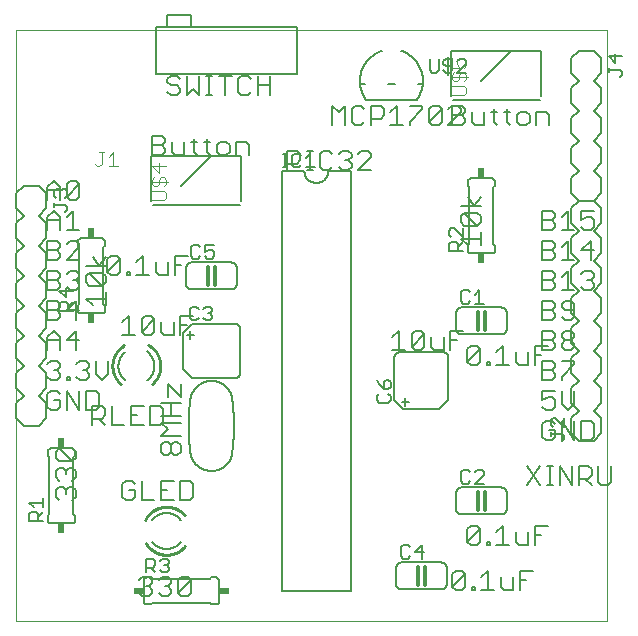
<source format=gto>
G75*
%MOIN*%
%OFA0B0*%
%FSLAX25Y25*%
%IPPOS*%
%LPD*%
%AMOC8*
5,1,8,0,0,1.08239X$1,22.5*
%
%ADD10C,0.00000*%
%ADD11C,0.00600*%
%ADD12C,0.01200*%
%ADD13C,0.00500*%
%ADD14C,0.00400*%
%ADD15C,0.00800*%
%ADD16C,0.01000*%
%ADD17R,0.02400X0.03400*%
%ADD18R,0.03400X0.02400*%
D10*
X0001800Y0001800D02*
X0001800Y0198650D01*
X0198650Y0198650D01*
X0198650Y0001800D01*
X0001800Y0001800D01*
D11*
X0013300Y0034300D02*
X0020300Y0034300D01*
X0020360Y0034302D01*
X0020421Y0034307D01*
X0020480Y0034316D01*
X0020539Y0034329D01*
X0020598Y0034345D01*
X0020655Y0034365D01*
X0020710Y0034388D01*
X0020765Y0034415D01*
X0020817Y0034444D01*
X0020868Y0034477D01*
X0020917Y0034513D01*
X0020963Y0034551D01*
X0021007Y0034593D01*
X0021049Y0034637D01*
X0021087Y0034683D01*
X0021123Y0034732D01*
X0021156Y0034783D01*
X0021185Y0034835D01*
X0021212Y0034890D01*
X0021235Y0034945D01*
X0021255Y0035002D01*
X0021271Y0035061D01*
X0021284Y0035120D01*
X0021293Y0035179D01*
X0021298Y0035240D01*
X0021300Y0035300D01*
X0021300Y0036800D01*
X0020800Y0037300D01*
X0020800Y0056300D01*
X0021300Y0056800D01*
X0021300Y0058300D01*
X0021500Y0058194D02*
X0021500Y0056059D01*
X0020432Y0054991D01*
X0016162Y0059261D01*
X0020432Y0059261D01*
X0021500Y0058194D01*
X0021300Y0058300D02*
X0021298Y0058360D01*
X0021293Y0058421D01*
X0021284Y0058480D01*
X0021271Y0058539D01*
X0021255Y0058598D01*
X0021235Y0058655D01*
X0021212Y0058710D01*
X0021185Y0058765D01*
X0021156Y0058817D01*
X0021123Y0058868D01*
X0021087Y0058917D01*
X0021049Y0058963D01*
X0021007Y0059007D01*
X0020963Y0059049D01*
X0020917Y0059087D01*
X0020868Y0059123D01*
X0020817Y0059156D01*
X0020765Y0059185D01*
X0020710Y0059212D01*
X0020655Y0059235D01*
X0020598Y0059255D01*
X0020539Y0059271D01*
X0020480Y0059284D01*
X0020421Y0059293D01*
X0020360Y0059298D01*
X0020300Y0059300D01*
X0013300Y0059300D01*
X0013240Y0059298D01*
X0013179Y0059293D01*
X0013120Y0059284D01*
X0013061Y0059271D01*
X0013002Y0059255D01*
X0012945Y0059235D01*
X0012890Y0059212D01*
X0012835Y0059185D01*
X0012783Y0059156D01*
X0012732Y0059123D01*
X0012683Y0059087D01*
X0012637Y0059049D01*
X0012593Y0059007D01*
X0012551Y0058963D01*
X0012513Y0058917D01*
X0012477Y0058868D01*
X0012444Y0058817D01*
X0012415Y0058765D01*
X0012388Y0058710D01*
X0012365Y0058655D01*
X0012345Y0058598D01*
X0012329Y0058539D01*
X0012316Y0058480D01*
X0012307Y0058421D01*
X0012302Y0058360D01*
X0012300Y0058300D01*
X0012300Y0056800D01*
X0012800Y0056300D01*
X0012800Y0037300D01*
X0012300Y0036800D01*
X0012300Y0035300D01*
X0012302Y0035240D01*
X0012307Y0035179D01*
X0012316Y0035120D01*
X0012329Y0035061D01*
X0012345Y0035002D01*
X0012365Y0034945D01*
X0012388Y0034890D01*
X0012415Y0034835D01*
X0012444Y0034783D01*
X0012477Y0034732D01*
X0012513Y0034683D01*
X0012551Y0034637D01*
X0012593Y0034593D01*
X0012637Y0034551D01*
X0012683Y0034513D01*
X0012732Y0034477D01*
X0012783Y0034444D01*
X0012835Y0034415D01*
X0012890Y0034388D01*
X0012945Y0034365D01*
X0013002Y0034345D01*
X0013061Y0034329D01*
X0013120Y0034316D01*
X0013179Y0034307D01*
X0013240Y0034302D01*
X0013300Y0034300D01*
X0016162Y0042100D02*
X0015095Y0043168D01*
X0015095Y0045303D01*
X0016162Y0046370D01*
X0017230Y0046370D01*
X0018297Y0045303D01*
X0019365Y0046370D01*
X0020432Y0046370D01*
X0021500Y0045303D01*
X0021500Y0043168D01*
X0020432Y0042100D01*
X0018297Y0044235D02*
X0018297Y0045303D01*
X0016162Y0048545D02*
X0015095Y0049613D01*
X0015095Y0051748D01*
X0016162Y0052816D01*
X0017230Y0052816D01*
X0018297Y0051748D01*
X0019365Y0052816D01*
X0020432Y0052816D01*
X0021500Y0051748D01*
X0021500Y0049613D01*
X0020432Y0048545D01*
X0018297Y0050681D02*
X0018297Y0051748D01*
X0016162Y0054991D02*
X0015095Y0056059D01*
X0015095Y0058194D01*
X0016162Y0059261D01*
X0016162Y0054991D02*
X0020432Y0054991D01*
X0027100Y0067100D02*
X0027100Y0073505D01*
X0030303Y0073505D01*
X0031370Y0072438D01*
X0031370Y0070303D01*
X0030303Y0069235D01*
X0027100Y0069235D01*
X0029235Y0069235D02*
X0031370Y0067100D01*
X0033545Y0067100D02*
X0037816Y0067100D01*
X0039991Y0067100D02*
X0044261Y0067100D01*
X0046436Y0067100D02*
X0049639Y0067100D01*
X0050707Y0068168D01*
X0050707Y0072438D01*
X0049639Y0073505D01*
X0046436Y0073505D01*
X0046436Y0067100D01*
X0050095Y0067816D02*
X0056500Y0067816D01*
X0056500Y0069991D02*
X0050095Y0069991D01*
X0050095Y0067816D02*
X0052230Y0065681D01*
X0050095Y0063545D01*
X0056500Y0063545D01*
X0055432Y0061370D02*
X0056500Y0060303D01*
X0056500Y0058168D01*
X0055432Y0057100D01*
X0054365Y0057100D01*
X0053297Y0058168D01*
X0053297Y0060303D01*
X0054365Y0061370D01*
X0055432Y0061370D01*
X0053297Y0060303D02*
X0052230Y0061370D01*
X0051162Y0061370D01*
X0050095Y0060303D01*
X0050095Y0058168D01*
X0051162Y0057100D01*
X0052230Y0057100D01*
X0053297Y0058168D01*
X0054261Y0048505D02*
X0049991Y0048505D01*
X0049991Y0042100D01*
X0054261Y0042100D01*
X0056436Y0042100D02*
X0059639Y0042100D01*
X0060707Y0043168D01*
X0060707Y0047438D01*
X0059639Y0048505D01*
X0056436Y0048505D01*
X0056436Y0042100D01*
X0052126Y0045303D02*
X0049991Y0045303D01*
X0047816Y0042100D02*
X0043545Y0042100D01*
X0043545Y0048505D01*
X0041370Y0047438D02*
X0040303Y0048505D01*
X0038168Y0048505D01*
X0037100Y0047438D01*
X0037100Y0043168D01*
X0038168Y0042100D01*
X0040303Y0042100D01*
X0041370Y0043168D01*
X0041370Y0045303D01*
X0039235Y0045303D01*
X0051800Y0037800D02*
X0051954Y0037798D01*
X0052108Y0037792D01*
X0052262Y0037782D01*
X0052416Y0037768D01*
X0052569Y0037751D01*
X0052721Y0037729D01*
X0052873Y0037703D01*
X0053025Y0037674D01*
X0053175Y0037640D01*
X0053325Y0037603D01*
X0053473Y0037562D01*
X0053621Y0037517D01*
X0053767Y0037468D01*
X0053912Y0037416D01*
X0054055Y0037360D01*
X0054198Y0037300D01*
X0054338Y0037237D01*
X0054477Y0037170D01*
X0054614Y0037099D01*
X0054749Y0037025D01*
X0054882Y0036948D01*
X0055014Y0036867D01*
X0055143Y0036783D01*
X0055270Y0036695D01*
X0055394Y0036604D01*
X0055516Y0036511D01*
X0055636Y0036413D01*
X0055753Y0036313D01*
X0055868Y0036210D01*
X0055980Y0036104D01*
X0056089Y0035996D01*
X0056195Y0035884D01*
X0056299Y0035770D01*
X0056399Y0035653D01*
X0056497Y0035534D01*
X0056591Y0035412D01*
X0056682Y0035287D01*
X0051800Y0025800D02*
X0051648Y0025802D01*
X0051497Y0025808D01*
X0051346Y0025817D01*
X0051194Y0025831D01*
X0051044Y0025848D01*
X0050894Y0025869D01*
X0050744Y0025894D01*
X0050595Y0025922D01*
X0050447Y0025955D01*
X0050300Y0025991D01*
X0050153Y0026030D01*
X0050008Y0026074D01*
X0049864Y0026121D01*
X0049721Y0026172D01*
X0049580Y0026226D01*
X0049439Y0026284D01*
X0049301Y0026345D01*
X0049164Y0026410D01*
X0049028Y0026479D01*
X0048895Y0026550D01*
X0048763Y0026625D01*
X0048633Y0026704D01*
X0048506Y0026785D01*
X0048380Y0026870D01*
X0048256Y0026958D01*
X0048135Y0027049D01*
X0048016Y0027143D01*
X0047900Y0027241D01*
X0047786Y0027341D01*
X0047674Y0027443D01*
X0047566Y0027549D01*
X0047460Y0027657D01*
X0047356Y0027768D01*
X0047256Y0027882D01*
X0047158Y0027998D01*
X0047064Y0028117D01*
X0051800Y0025800D02*
X0051952Y0025802D01*
X0052103Y0025808D01*
X0052254Y0025817D01*
X0052406Y0025831D01*
X0052556Y0025848D01*
X0052706Y0025869D01*
X0052856Y0025894D01*
X0053005Y0025922D01*
X0053153Y0025955D01*
X0053300Y0025991D01*
X0053447Y0026030D01*
X0053592Y0026074D01*
X0053736Y0026121D01*
X0053879Y0026172D01*
X0054020Y0026226D01*
X0054161Y0026284D01*
X0054299Y0026345D01*
X0054436Y0026410D01*
X0054572Y0026479D01*
X0054705Y0026550D01*
X0054837Y0026625D01*
X0054967Y0026704D01*
X0055094Y0026785D01*
X0055220Y0026870D01*
X0055344Y0026958D01*
X0055465Y0027049D01*
X0055584Y0027143D01*
X0055700Y0027241D01*
X0055814Y0027341D01*
X0055926Y0027443D01*
X0056034Y0027549D01*
X0056140Y0027657D01*
X0056244Y0027768D01*
X0056344Y0027882D01*
X0056442Y0027998D01*
X0056536Y0028117D01*
X0051800Y0037800D02*
X0051650Y0037798D01*
X0051499Y0037792D01*
X0051349Y0037783D01*
X0051200Y0037770D01*
X0051050Y0037753D01*
X0050901Y0037732D01*
X0050753Y0037708D01*
X0050605Y0037680D01*
X0050458Y0037648D01*
X0050312Y0037613D01*
X0050167Y0037573D01*
X0050023Y0037531D01*
X0049880Y0037484D01*
X0049738Y0037434D01*
X0049597Y0037381D01*
X0049458Y0037324D01*
X0049320Y0037264D01*
X0049184Y0037200D01*
X0049050Y0037133D01*
X0048917Y0037062D01*
X0048786Y0036988D01*
X0048657Y0036911D01*
X0048530Y0036830D01*
X0048405Y0036747D01*
X0048282Y0036660D01*
X0048161Y0036571D01*
X0048043Y0036478D01*
X0047927Y0036382D01*
X0047813Y0036284D01*
X0047702Y0036183D01*
X0047593Y0036078D01*
X0047488Y0035972D01*
X0047384Y0035862D01*
X0047284Y0035750D01*
X0047186Y0035636D01*
X0047092Y0035519D01*
X0047000Y0035400D01*
X0045966Y0016505D02*
X0043831Y0016505D01*
X0042763Y0015438D01*
X0044300Y0015300D02*
X0044300Y0008300D01*
X0044302Y0008240D01*
X0044307Y0008179D01*
X0044316Y0008120D01*
X0044329Y0008061D01*
X0044345Y0008002D01*
X0044365Y0007945D01*
X0044388Y0007890D01*
X0044415Y0007835D01*
X0044444Y0007783D01*
X0044477Y0007732D01*
X0044513Y0007683D01*
X0044551Y0007637D01*
X0044593Y0007593D01*
X0044637Y0007551D01*
X0044683Y0007513D01*
X0044732Y0007477D01*
X0044783Y0007444D01*
X0044835Y0007415D01*
X0044890Y0007388D01*
X0044945Y0007365D01*
X0045002Y0007345D01*
X0045061Y0007329D01*
X0045120Y0007316D01*
X0045179Y0007307D01*
X0045240Y0007302D01*
X0045300Y0007300D01*
X0046800Y0007300D01*
X0047300Y0007800D01*
X0066300Y0007800D01*
X0066800Y0007300D01*
X0068300Y0007300D01*
X0068360Y0007302D01*
X0068421Y0007307D01*
X0068480Y0007316D01*
X0068539Y0007329D01*
X0068598Y0007345D01*
X0068655Y0007365D01*
X0068710Y0007388D01*
X0068765Y0007415D01*
X0068817Y0007444D01*
X0068868Y0007477D01*
X0068917Y0007513D01*
X0068963Y0007551D01*
X0069007Y0007593D01*
X0069049Y0007637D01*
X0069087Y0007683D01*
X0069123Y0007732D01*
X0069156Y0007783D01*
X0069185Y0007835D01*
X0069212Y0007890D01*
X0069235Y0007945D01*
X0069255Y0008002D01*
X0069271Y0008061D01*
X0069284Y0008120D01*
X0069293Y0008179D01*
X0069298Y0008240D01*
X0069300Y0008300D01*
X0069300Y0015300D01*
X0069298Y0015360D01*
X0069293Y0015421D01*
X0069284Y0015480D01*
X0069271Y0015539D01*
X0069255Y0015598D01*
X0069235Y0015655D01*
X0069212Y0015710D01*
X0069185Y0015765D01*
X0069156Y0015817D01*
X0069123Y0015868D01*
X0069087Y0015917D01*
X0069049Y0015963D01*
X0069007Y0016007D01*
X0068963Y0016049D01*
X0068917Y0016087D01*
X0068868Y0016123D01*
X0068817Y0016156D01*
X0068765Y0016185D01*
X0068710Y0016212D01*
X0068655Y0016235D01*
X0068598Y0016255D01*
X0068539Y0016271D01*
X0068480Y0016284D01*
X0068421Y0016293D01*
X0068360Y0016298D01*
X0068300Y0016300D01*
X0066800Y0016300D01*
X0066300Y0015800D01*
X0047300Y0015800D01*
X0046800Y0016300D01*
X0045300Y0016300D01*
X0045966Y0016505D02*
X0047034Y0015438D01*
X0047034Y0014370D01*
X0045966Y0013303D01*
X0047034Y0012235D01*
X0047034Y0011168D01*
X0045966Y0010100D01*
X0043831Y0010100D01*
X0042763Y0011168D01*
X0044899Y0013303D02*
X0045966Y0013303D01*
X0044300Y0015300D02*
X0044302Y0015360D01*
X0044307Y0015421D01*
X0044316Y0015480D01*
X0044329Y0015539D01*
X0044345Y0015598D01*
X0044365Y0015655D01*
X0044388Y0015710D01*
X0044415Y0015765D01*
X0044444Y0015817D01*
X0044477Y0015868D01*
X0044513Y0015917D01*
X0044551Y0015963D01*
X0044593Y0016007D01*
X0044637Y0016049D01*
X0044683Y0016087D01*
X0044732Y0016123D01*
X0044783Y0016156D01*
X0044835Y0016185D01*
X0044890Y0016212D01*
X0044945Y0016235D01*
X0045002Y0016255D01*
X0045061Y0016271D01*
X0045120Y0016284D01*
X0045179Y0016293D01*
X0045240Y0016298D01*
X0045300Y0016300D01*
X0049209Y0015438D02*
X0050277Y0016505D01*
X0052412Y0016505D01*
X0053479Y0015438D01*
X0053479Y0014370D01*
X0052412Y0013303D01*
X0053479Y0012235D01*
X0053479Y0011168D01*
X0052412Y0010100D01*
X0050277Y0010100D01*
X0049209Y0011168D01*
X0051344Y0013303D02*
X0052412Y0013303D01*
X0055654Y0011168D02*
X0055654Y0015438D01*
X0056722Y0016505D01*
X0058857Y0016505D01*
X0059925Y0015438D01*
X0055654Y0011168D01*
X0056722Y0010100D01*
X0058857Y0010100D01*
X0059925Y0011168D01*
X0059925Y0015438D01*
X0090300Y0011800D02*
X0113300Y0011800D01*
X0113300Y0151800D01*
X0105800Y0151800D01*
X0106045Y0152100D02*
X0103910Y0152100D01*
X0102842Y0153168D01*
X0102842Y0157438D01*
X0103910Y0158505D01*
X0106045Y0158505D01*
X0107113Y0157438D01*
X0109288Y0157438D02*
X0110356Y0158505D01*
X0112491Y0158505D01*
X0113558Y0157438D01*
X0113558Y0156370D01*
X0112491Y0155303D01*
X0113558Y0154235D01*
X0113558Y0153168D01*
X0112491Y0152100D01*
X0110356Y0152100D01*
X0109288Y0153168D01*
X0107113Y0153168D02*
X0106045Y0152100D01*
X0105800Y0151800D02*
X0105798Y0151674D01*
X0105792Y0151549D01*
X0105782Y0151424D01*
X0105768Y0151299D01*
X0105751Y0151174D01*
X0105729Y0151050D01*
X0105704Y0150927D01*
X0105674Y0150805D01*
X0105641Y0150684D01*
X0105604Y0150564D01*
X0105564Y0150445D01*
X0105519Y0150328D01*
X0105471Y0150211D01*
X0105419Y0150097D01*
X0105364Y0149984D01*
X0105305Y0149873D01*
X0105243Y0149764D01*
X0105177Y0149657D01*
X0105108Y0149552D01*
X0105036Y0149449D01*
X0104961Y0149348D01*
X0104882Y0149250D01*
X0104800Y0149155D01*
X0104716Y0149062D01*
X0104628Y0148972D01*
X0104538Y0148884D01*
X0104445Y0148800D01*
X0104350Y0148718D01*
X0104252Y0148639D01*
X0104151Y0148564D01*
X0104048Y0148492D01*
X0103943Y0148423D01*
X0103836Y0148357D01*
X0103727Y0148295D01*
X0103616Y0148236D01*
X0103503Y0148181D01*
X0103389Y0148129D01*
X0103272Y0148081D01*
X0103155Y0148036D01*
X0103036Y0147996D01*
X0102916Y0147959D01*
X0102795Y0147926D01*
X0102673Y0147896D01*
X0102550Y0147871D01*
X0102426Y0147849D01*
X0102301Y0147832D01*
X0102176Y0147818D01*
X0102051Y0147808D01*
X0101926Y0147802D01*
X0101800Y0147800D01*
X0101674Y0147802D01*
X0101549Y0147808D01*
X0101424Y0147818D01*
X0101299Y0147832D01*
X0101174Y0147849D01*
X0101050Y0147871D01*
X0100927Y0147896D01*
X0100805Y0147926D01*
X0100684Y0147959D01*
X0100564Y0147996D01*
X0100445Y0148036D01*
X0100328Y0148081D01*
X0100211Y0148129D01*
X0100097Y0148181D01*
X0099984Y0148236D01*
X0099873Y0148295D01*
X0099764Y0148357D01*
X0099657Y0148423D01*
X0099552Y0148492D01*
X0099449Y0148564D01*
X0099348Y0148639D01*
X0099250Y0148718D01*
X0099155Y0148800D01*
X0099062Y0148884D01*
X0098972Y0148972D01*
X0098884Y0149062D01*
X0098800Y0149155D01*
X0098718Y0149250D01*
X0098639Y0149348D01*
X0098564Y0149449D01*
X0098492Y0149552D01*
X0098423Y0149657D01*
X0098357Y0149764D01*
X0098295Y0149873D01*
X0098236Y0149984D01*
X0098181Y0150097D01*
X0098129Y0150211D01*
X0098081Y0150328D01*
X0098036Y0150445D01*
X0097996Y0150564D01*
X0097959Y0150684D01*
X0097926Y0150805D01*
X0097896Y0150927D01*
X0097871Y0151050D01*
X0097849Y0151174D01*
X0097832Y0151299D01*
X0097818Y0151424D01*
X0097808Y0151549D01*
X0097802Y0151674D01*
X0097800Y0151800D01*
X0090300Y0151800D01*
X0090300Y0011800D01*
X0128300Y0014300D02*
X0128300Y0019300D01*
X0128302Y0019387D01*
X0128308Y0019474D01*
X0128317Y0019561D01*
X0128330Y0019647D01*
X0128347Y0019733D01*
X0128368Y0019818D01*
X0128393Y0019901D01*
X0128421Y0019984D01*
X0128452Y0020065D01*
X0128487Y0020145D01*
X0128526Y0020223D01*
X0128568Y0020300D01*
X0128613Y0020375D01*
X0128662Y0020447D01*
X0128713Y0020518D01*
X0128768Y0020586D01*
X0128825Y0020651D01*
X0128886Y0020714D01*
X0128949Y0020775D01*
X0129014Y0020832D01*
X0129082Y0020887D01*
X0129153Y0020938D01*
X0129225Y0020987D01*
X0129300Y0021032D01*
X0129377Y0021074D01*
X0129455Y0021113D01*
X0129535Y0021148D01*
X0129616Y0021179D01*
X0129699Y0021207D01*
X0129782Y0021232D01*
X0129867Y0021253D01*
X0129953Y0021270D01*
X0130039Y0021283D01*
X0130126Y0021292D01*
X0130213Y0021298D01*
X0130300Y0021300D01*
X0143300Y0021300D01*
X0143387Y0021298D01*
X0143474Y0021292D01*
X0143561Y0021283D01*
X0143647Y0021270D01*
X0143733Y0021253D01*
X0143818Y0021232D01*
X0143901Y0021207D01*
X0143984Y0021179D01*
X0144065Y0021148D01*
X0144145Y0021113D01*
X0144223Y0021074D01*
X0144300Y0021032D01*
X0144375Y0020987D01*
X0144447Y0020938D01*
X0144518Y0020887D01*
X0144586Y0020832D01*
X0144651Y0020775D01*
X0144714Y0020714D01*
X0144775Y0020651D01*
X0144832Y0020586D01*
X0144887Y0020518D01*
X0144938Y0020447D01*
X0144987Y0020375D01*
X0145032Y0020300D01*
X0145074Y0020223D01*
X0145113Y0020145D01*
X0145148Y0020065D01*
X0145179Y0019984D01*
X0145207Y0019901D01*
X0145232Y0019818D01*
X0145253Y0019733D01*
X0145270Y0019647D01*
X0145283Y0019561D01*
X0145292Y0019474D01*
X0145298Y0019387D01*
X0145300Y0019300D01*
X0145300Y0014300D01*
X0145298Y0014213D01*
X0145292Y0014126D01*
X0145283Y0014039D01*
X0145270Y0013953D01*
X0145253Y0013867D01*
X0145232Y0013782D01*
X0145207Y0013699D01*
X0145179Y0013616D01*
X0145148Y0013535D01*
X0145113Y0013455D01*
X0145074Y0013377D01*
X0145032Y0013300D01*
X0144987Y0013225D01*
X0144938Y0013153D01*
X0144887Y0013082D01*
X0144832Y0013014D01*
X0144775Y0012949D01*
X0144714Y0012886D01*
X0144651Y0012825D01*
X0144586Y0012768D01*
X0144518Y0012713D01*
X0144447Y0012662D01*
X0144375Y0012613D01*
X0144300Y0012568D01*
X0144223Y0012526D01*
X0144145Y0012487D01*
X0144065Y0012452D01*
X0143984Y0012421D01*
X0143901Y0012393D01*
X0143818Y0012368D01*
X0143733Y0012347D01*
X0143647Y0012330D01*
X0143561Y0012317D01*
X0143474Y0012308D01*
X0143387Y0012302D01*
X0143300Y0012300D01*
X0130300Y0012300D01*
X0130213Y0012302D01*
X0130126Y0012308D01*
X0130039Y0012317D01*
X0129953Y0012330D01*
X0129867Y0012347D01*
X0129782Y0012368D01*
X0129699Y0012393D01*
X0129616Y0012421D01*
X0129535Y0012452D01*
X0129455Y0012487D01*
X0129377Y0012526D01*
X0129300Y0012568D01*
X0129225Y0012613D01*
X0129153Y0012662D01*
X0129082Y0012713D01*
X0129014Y0012768D01*
X0128949Y0012825D01*
X0128886Y0012886D01*
X0128825Y0012949D01*
X0128768Y0013014D01*
X0128713Y0013082D01*
X0128662Y0013153D01*
X0128613Y0013225D01*
X0128568Y0013300D01*
X0128526Y0013377D01*
X0128487Y0013455D01*
X0128452Y0013535D01*
X0128421Y0013616D01*
X0128393Y0013699D01*
X0128368Y0013782D01*
X0128347Y0013867D01*
X0128330Y0013953D01*
X0128317Y0014039D01*
X0128308Y0014126D01*
X0128302Y0014213D01*
X0128300Y0014300D01*
X0147100Y0013168D02*
X0151370Y0017438D01*
X0151370Y0013168D01*
X0150303Y0012100D01*
X0148168Y0012100D01*
X0147100Y0013168D01*
X0147100Y0017438D01*
X0148168Y0018505D01*
X0150303Y0018505D01*
X0151370Y0017438D01*
X0153545Y0013168D02*
X0154613Y0013168D01*
X0154613Y0012100D01*
X0153545Y0012100D01*
X0153545Y0013168D01*
X0156768Y0012100D02*
X0161039Y0012100D01*
X0158903Y0012100D02*
X0158903Y0018505D01*
X0156768Y0016370D01*
X0163214Y0016370D02*
X0163214Y0013168D01*
X0164281Y0012100D01*
X0167484Y0012100D01*
X0167484Y0016370D01*
X0169659Y0015303D02*
X0171794Y0015303D01*
X0169659Y0018505D02*
X0169659Y0012100D01*
X0169659Y0018505D02*
X0173930Y0018505D01*
X0174659Y0027100D02*
X0174659Y0033505D01*
X0178930Y0033505D01*
X0176794Y0030303D02*
X0174659Y0030303D01*
X0172484Y0031370D02*
X0172484Y0027100D01*
X0169281Y0027100D01*
X0168214Y0028168D01*
X0168214Y0031370D01*
X0166039Y0027100D02*
X0161768Y0027100D01*
X0163903Y0027100D02*
X0163903Y0033505D01*
X0161768Y0031370D01*
X0159613Y0028168D02*
X0159613Y0027100D01*
X0158545Y0027100D01*
X0158545Y0028168D01*
X0159613Y0028168D01*
X0156370Y0028168D02*
X0156370Y0032438D01*
X0152100Y0028168D01*
X0153168Y0027100D01*
X0155303Y0027100D01*
X0156370Y0028168D01*
X0156370Y0032438D02*
X0155303Y0033505D01*
X0153168Y0033505D01*
X0152100Y0032438D01*
X0152100Y0028168D01*
X0150300Y0037300D02*
X0163300Y0037300D01*
X0163387Y0037302D01*
X0163474Y0037308D01*
X0163561Y0037317D01*
X0163647Y0037330D01*
X0163733Y0037347D01*
X0163818Y0037368D01*
X0163901Y0037393D01*
X0163984Y0037421D01*
X0164065Y0037452D01*
X0164145Y0037487D01*
X0164223Y0037526D01*
X0164300Y0037568D01*
X0164375Y0037613D01*
X0164447Y0037662D01*
X0164518Y0037713D01*
X0164586Y0037768D01*
X0164651Y0037825D01*
X0164714Y0037886D01*
X0164775Y0037949D01*
X0164832Y0038014D01*
X0164887Y0038082D01*
X0164938Y0038153D01*
X0164987Y0038225D01*
X0165032Y0038300D01*
X0165074Y0038377D01*
X0165113Y0038455D01*
X0165148Y0038535D01*
X0165179Y0038616D01*
X0165207Y0038699D01*
X0165232Y0038782D01*
X0165253Y0038867D01*
X0165270Y0038953D01*
X0165283Y0039039D01*
X0165292Y0039126D01*
X0165298Y0039213D01*
X0165300Y0039300D01*
X0165300Y0044300D01*
X0165298Y0044387D01*
X0165292Y0044474D01*
X0165283Y0044561D01*
X0165270Y0044647D01*
X0165253Y0044733D01*
X0165232Y0044818D01*
X0165207Y0044901D01*
X0165179Y0044984D01*
X0165148Y0045065D01*
X0165113Y0045145D01*
X0165074Y0045223D01*
X0165032Y0045300D01*
X0164987Y0045375D01*
X0164938Y0045447D01*
X0164887Y0045518D01*
X0164832Y0045586D01*
X0164775Y0045651D01*
X0164714Y0045714D01*
X0164651Y0045775D01*
X0164586Y0045832D01*
X0164518Y0045887D01*
X0164447Y0045938D01*
X0164375Y0045987D01*
X0164300Y0046032D01*
X0164223Y0046074D01*
X0164145Y0046113D01*
X0164065Y0046148D01*
X0163984Y0046179D01*
X0163901Y0046207D01*
X0163818Y0046232D01*
X0163733Y0046253D01*
X0163647Y0046270D01*
X0163561Y0046283D01*
X0163474Y0046292D01*
X0163387Y0046298D01*
X0163300Y0046300D01*
X0150300Y0046300D01*
X0150213Y0046298D01*
X0150126Y0046292D01*
X0150039Y0046283D01*
X0149953Y0046270D01*
X0149867Y0046253D01*
X0149782Y0046232D01*
X0149699Y0046207D01*
X0149616Y0046179D01*
X0149535Y0046148D01*
X0149455Y0046113D01*
X0149377Y0046074D01*
X0149300Y0046032D01*
X0149225Y0045987D01*
X0149153Y0045938D01*
X0149082Y0045887D01*
X0149014Y0045832D01*
X0148949Y0045775D01*
X0148886Y0045714D01*
X0148825Y0045651D01*
X0148768Y0045586D01*
X0148713Y0045518D01*
X0148662Y0045447D01*
X0148613Y0045375D01*
X0148568Y0045300D01*
X0148526Y0045223D01*
X0148487Y0045145D01*
X0148452Y0045065D01*
X0148421Y0044984D01*
X0148393Y0044901D01*
X0148368Y0044818D01*
X0148347Y0044733D01*
X0148330Y0044647D01*
X0148317Y0044561D01*
X0148308Y0044474D01*
X0148302Y0044387D01*
X0148300Y0044300D01*
X0148300Y0039300D01*
X0148302Y0039213D01*
X0148308Y0039126D01*
X0148317Y0039039D01*
X0148330Y0038953D01*
X0148347Y0038867D01*
X0148368Y0038782D01*
X0148393Y0038699D01*
X0148421Y0038616D01*
X0148452Y0038535D01*
X0148487Y0038455D01*
X0148526Y0038377D01*
X0148568Y0038300D01*
X0148613Y0038225D01*
X0148662Y0038153D01*
X0148713Y0038082D01*
X0148768Y0038014D01*
X0148825Y0037949D01*
X0148886Y0037886D01*
X0148949Y0037825D01*
X0149014Y0037768D01*
X0149082Y0037713D01*
X0149153Y0037662D01*
X0149225Y0037613D01*
X0149300Y0037568D01*
X0149377Y0037526D01*
X0149455Y0037487D01*
X0149535Y0037452D01*
X0149616Y0037421D01*
X0149699Y0037393D01*
X0149782Y0037368D01*
X0149867Y0037347D01*
X0149953Y0037330D01*
X0150039Y0037317D01*
X0150126Y0037308D01*
X0150213Y0037302D01*
X0150300Y0037300D01*
X0172100Y0047100D02*
X0176370Y0053505D01*
X0178545Y0053505D02*
X0180681Y0053505D01*
X0179613Y0053505D02*
X0179613Y0047100D01*
X0178545Y0047100D02*
X0180681Y0047100D01*
X0182842Y0047100D02*
X0182842Y0053505D01*
X0187113Y0047100D01*
X0187113Y0053505D01*
X0189288Y0053505D02*
X0192491Y0053505D01*
X0193558Y0052438D01*
X0193558Y0050303D01*
X0192491Y0049235D01*
X0189288Y0049235D01*
X0189288Y0047100D02*
X0189288Y0053505D01*
X0191423Y0049235D02*
X0193558Y0047100D01*
X0195733Y0048168D02*
X0196801Y0047100D01*
X0198936Y0047100D01*
X0200004Y0048168D01*
X0200004Y0053505D01*
X0195733Y0053505D02*
X0195733Y0048168D01*
X0193194Y0062100D02*
X0189991Y0062100D01*
X0189991Y0068505D01*
X0193194Y0068505D01*
X0194261Y0067438D01*
X0194261Y0063168D01*
X0193194Y0062100D01*
X0187816Y0062100D02*
X0187816Y0068505D01*
X0185681Y0072100D02*
X0187816Y0074235D01*
X0187816Y0078505D01*
X0183545Y0078505D02*
X0183545Y0074235D01*
X0185681Y0072100D01*
X0183545Y0068505D02*
X0187816Y0062100D01*
X0183545Y0062100D02*
X0183545Y0068505D01*
X0181370Y0067438D02*
X0180303Y0068505D01*
X0178168Y0068505D01*
X0177100Y0067438D01*
X0177100Y0063168D01*
X0178168Y0062100D01*
X0180303Y0062100D01*
X0181370Y0063168D01*
X0181370Y0065303D01*
X0179235Y0065303D01*
X0178168Y0072100D02*
X0177100Y0073168D01*
X0178168Y0072100D02*
X0180303Y0072100D01*
X0181370Y0073168D01*
X0181370Y0075303D01*
X0180303Y0076370D01*
X0179235Y0076370D01*
X0177100Y0075303D01*
X0177100Y0078505D01*
X0181370Y0078505D01*
X0180303Y0082100D02*
X0177100Y0082100D01*
X0177100Y0088505D01*
X0180303Y0088505D01*
X0181370Y0087438D01*
X0181370Y0086370D01*
X0180303Y0085303D01*
X0177100Y0085303D01*
X0174659Y0087100D02*
X0174659Y0093505D01*
X0178930Y0093505D01*
X0180303Y0092100D02*
X0177100Y0092100D01*
X0177100Y0098505D01*
X0180303Y0098505D01*
X0181370Y0097438D01*
X0181370Y0096370D01*
X0180303Y0095303D01*
X0177100Y0095303D01*
X0180303Y0095303D02*
X0181370Y0094235D01*
X0181370Y0093168D01*
X0180303Y0092100D01*
X0183545Y0093168D02*
X0183545Y0094235D01*
X0184613Y0095303D01*
X0186748Y0095303D01*
X0187816Y0094235D01*
X0187816Y0093168D01*
X0186748Y0092100D01*
X0184613Y0092100D01*
X0183545Y0093168D01*
X0184613Y0095303D02*
X0183545Y0096370D01*
X0183545Y0097438D01*
X0184613Y0098505D01*
X0186748Y0098505D01*
X0187816Y0097438D01*
X0187816Y0096370D01*
X0186748Y0095303D01*
X0186748Y0102100D02*
X0184613Y0102100D01*
X0183545Y0103168D01*
X0181370Y0103168D02*
X0181370Y0104235D01*
X0180303Y0105303D01*
X0177100Y0105303D01*
X0177100Y0108505D02*
X0177100Y0102100D01*
X0180303Y0102100D01*
X0181370Y0103168D01*
X0180303Y0105303D02*
X0181370Y0106370D01*
X0181370Y0107438D01*
X0180303Y0108505D01*
X0177100Y0108505D01*
X0177100Y0112100D02*
X0180303Y0112100D01*
X0181370Y0113168D01*
X0181370Y0114235D01*
X0180303Y0115303D01*
X0177100Y0115303D01*
X0177100Y0118505D02*
X0180303Y0118505D01*
X0181370Y0117438D01*
X0181370Y0116370D01*
X0180303Y0115303D01*
X0183545Y0116370D02*
X0185681Y0118505D01*
X0185681Y0112100D01*
X0187816Y0112100D02*
X0183545Y0112100D01*
X0184613Y0108505D02*
X0183545Y0107438D01*
X0183545Y0106370D01*
X0184613Y0105303D01*
X0187816Y0105303D01*
X0187816Y0103168D02*
X0187816Y0107438D01*
X0186748Y0108505D01*
X0184613Y0108505D01*
X0189991Y0113168D02*
X0191059Y0112100D01*
X0193194Y0112100D01*
X0194261Y0113168D01*
X0194261Y0114235D01*
X0193194Y0115303D01*
X0192126Y0115303D01*
X0193194Y0115303D02*
X0194261Y0116370D01*
X0194261Y0117438D01*
X0193194Y0118505D01*
X0191059Y0118505D01*
X0189991Y0117438D01*
X0187816Y0122100D02*
X0183545Y0122100D01*
X0185681Y0122100D02*
X0185681Y0128505D01*
X0183545Y0126370D01*
X0181370Y0126370D02*
X0181370Y0127438D01*
X0180303Y0128505D01*
X0177100Y0128505D01*
X0177100Y0122100D01*
X0180303Y0122100D01*
X0181370Y0123168D01*
X0181370Y0124235D01*
X0180303Y0125303D01*
X0177100Y0125303D01*
X0180303Y0125303D02*
X0181370Y0126370D01*
X0180303Y0132100D02*
X0177100Y0132100D01*
X0177100Y0138505D01*
X0180303Y0138505D01*
X0181370Y0137438D01*
X0181370Y0136370D01*
X0180303Y0135303D01*
X0177100Y0135303D01*
X0180303Y0135303D02*
X0181370Y0134235D01*
X0181370Y0133168D01*
X0180303Y0132100D01*
X0183545Y0132100D02*
X0187816Y0132100D01*
X0185681Y0132100D02*
X0185681Y0138505D01*
X0183545Y0136370D01*
X0189991Y0135303D02*
X0192126Y0136370D01*
X0193194Y0136370D01*
X0194261Y0135303D01*
X0194261Y0133168D01*
X0193194Y0132100D01*
X0191059Y0132100D01*
X0189991Y0133168D01*
X0189991Y0135303D02*
X0189991Y0138505D01*
X0194261Y0138505D01*
X0193194Y0128505D02*
X0189991Y0125303D01*
X0194261Y0125303D01*
X0193194Y0128505D02*
X0193194Y0122100D01*
X0177100Y0118505D02*
X0177100Y0112100D01*
X0186748Y0102100D02*
X0187816Y0103168D01*
X0176794Y0090303D02*
X0174659Y0090303D01*
X0172484Y0091370D02*
X0172484Y0087100D01*
X0169281Y0087100D01*
X0168214Y0088168D01*
X0168214Y0091370D01*
X0166039Y0087100D02*
X0161768Y0087100D01*
X0163903Y0087100D02*
X0163903Y0093505D01*
X0161768Y0091370D01*
X0159613Y0088168D02*
X0159613Y0087100D01*
X0158545Y0087100D01*
X0158545Y0088168D01*
X0159613Y0088168D01*
X0156370Y0088168D02*
X0156370Y0092438D01*
X0152100Y0088168D01*
X0153168Y0087100D01*
X0155303Y0087100D01*
X0156370Y0088168D01*
X0156370Y0092438D02*
X0155303Y0093505D01*
X0153168Y0093505D01*
X0152100Y0092438D01*
X0152100Y0088168D01*
X0145800Y0089800D02*
X0145800Y0075300D01*
X0142800Y0072300D01*
X0130800Y0072300D01*
X0127800Y0075300D01*
X0127800Y0089800D01*
X0127802Y0089876D01*
X0127808Y0089952D01*
X0127817Y0090027D01*
X0127831Y0090102D01*
X0127848Y0090176D01*
X0127869Y0090249D01*
X0127893Y0090321D01*
X0127922Y0090392D01*
X0127953Y0090461D01*
X0127988Y0090528D01*
X0128027Y0090593D01*
X0128069Y0090657D01*
X0128114Y0090718D01*
X0128162Y0090777D01*
X0128213Y0090833D01*
X0128267Y0090887D01*
X0128323Y0090938D01*
X0128382Y0090986D01*
X0128443Y0091031D01*
X0128507Y0091073D01*
X0128572Y0091112D01*
X0128639Y0091147D01*
X0128708Y0091178D01*
X0128779Y0091207D01*
X0128851Y0091231D01*
X0128924Y0091252D01*
X0128998Y0091269D01*
X0129073Y0091283D01*
X0129148Y0091292D01*
X0129224Y0091298D01*
X0129300Y0091300D01*
X0144300Y0091300D01*
X0144261Y0092100D02*
X0141059Y0092100D01*
X0139991Y0093168D01*
X0139991Y0096370D01*
X0137816Y0097438D02*
X0137816Y0093168D01*
X0136748Y0092100D01*
X0134613Y0092100D01*
X0133545Y0093168D01*
X0137816Y0097438D01*
X0136748Y0098505D01*
X0134613Y0098505D01*
X0133545Y0097438D01*
X0133545Y0093168D01*
X0131370Y0092100D02*
X0127100Y0092100D01*
X0129235Y0092100D02*
X0129235Y0098505D01*
X0127100Y0096370D01*
X0144261Y0096370D02*
X0144261Y0092100D01*
X0146436Y0092100D02*
X0146436Y0098505D01*
X0150707Y0098505D01*
X0150300Y0097300D02*
X0150213Y0097302D01*
X0150126Y0097308D01*
X0150039Y0097317D01*
X0149953Y0097330D01*
X0149867Y0097347D01*
X0149782Y0097368D01*
X0149699Y0097393D01*
X0149616Y0097421D01*
X0149535Y0097452D01*
X0149455Y0097487D01*
X0149377Y0097526D01*
X0149300Y0097568D01*
X0149225Y0097613D01*
X0149153Y0097662D01*
X0149082Y0097713D01*
X0149014Y0097768D01*
X0148949Y0097825D01*
X0148886Y0097886D01*
X0148825Y0097949D01*
X0148768Y0098014D01*
X0148713Y0098082D01*
X0148662Y0098153D01*
X0148613Y0098225D01*
X0148568Y0098300D01*
X0148526Y0098377D01*
X0148487Y0098455D01*
X0148452Y0098535D01*
X0148421Y0098616D01*
X0148393Y0098699D01*
X0148368Y0098782D01*
X0148347Y0098867D01*
X0148330Y0098953D01*
X0148317Y0099039D01*
X0148308Y0099126D01*
X0148302Y0099213D01*
X0148300Y0099300D01*
X0148300Y0104300D01*
X0148302Y0104387D01*
X0148308Y0104474D01*
X0148317Y0104561D01*
X0148330Y0104647D01*
X0148347Y0104733D01*
X0148368Y0104818D01*
X0148393Y0104901D01*
X0148421Y0104984D01*
X0148452Y0105065D01*
X0148487Y0105145D01*
X0148526Y0105223D01*
X0148568Y0105300D01*
X0148613Y0105375D01*
X0148662Y0105447D01*
X0148713Y0105518D01*
X0148768Y0105586D01*
X0148825Y0105651D01*
X0148886Y0105714D01*
X0148949Y0105775D01*
X0149014Y0105832D01*
X0149082Y0105887D01*
X0149153Y0105938D01*
X0149225Y0105987D01*
X0149300Y0106032D01*
X0149377Y0106074D01*
X0149455Y0106113D01*
X0149535Y0106148D01*
X0149616Y0106179D01*
X0149699Y0106207D01*
X0149782Y0106232D01*
X0149867Y0106253D01*
X0149953Y0106270D01*
X0150039Y0106283D01*
X0150126Y0106292D01*
X0150213Y0106298D01*
X0150300Y0106300D01*
X0163300Y0106300D01*
X0163387Y0106298D01*
X0163474Y0106292D01*
X0163561Y0106283D01*
X0163647Y0106270D01*
X0163733Y0106253D01*
X0163818Y0106232D01*
X0163901Y0106207D01*
X0163984Y0106179D01*
X0164065Y0106148D01*
X0164145Y0106113D01*
X0164223Y0106074D01*
X0164300Y0106032D01*
X0164375Y0105987D01*
X0164447Y0105938D01*
X0164518Y0105887D01*
X0164586Y0105832D01*
X0164651Y0105775D01*
X0164714Y0105714D01*
X0164775Y0105651D01*
X0164832Y0105586D01*
X0164887Y0105518D01*
X0164938Y0105447D01*
X0164987Y0105375D01*
X0165032Y0105300D01*
X0165074Y0105223D01*
X0165113Y0105145D01*
X0165148Y0105065D01*
X0165179Y0104984D01*
X0165207Y0104901D01*
X0165232Y0104818D01*
X0165253Y0104733D01*
X0165270Y0104647D01*
X0165283Y0104561D01*
X0165292Y0104474D01*
X0165298Y0104387D01*
X0165300Y0104300D01*
X0165300Y0099300D01*
X0165298Y0099213D01*
X0165292Y0099126D01*
X0165283Y0099039D01*
X0165270Y0098953D01*
X0165253Y0098867D01*
X0165232Y0098782D01*
X0165207Y0098699D01*
X0165179Y0098616D01*
X0165148Y0098535D01*
X0165113Y0098455D01*
X0165074Y0098377D01*
X0165032Y0098300D01*
X0164987Y0098225D01*
X0164938Y0098153D01*
X0164887Y0098082D01*
X0164832Y0098014D01*
X0164775Y0097949D01*
X0164714Y0097886D01*
X0164651Y0097825D01*
X0164586Y0097768D01*
X0164518Y0097713D01*
X0164447Y0097662D01*
X0164375Y0097613D01*
X0164300Y0097568D01*
X0164223Y0097526D01*
X0164145Y0097487D01*
X0164065Y0097452D01*
X0163984Y0097421D01*
X0163901Y0097393D01*
X0163818Y0097368D01*
X0163733Y0097347D01*
X0163647Y0097330D01*
X0163561Y0097317D01*
X0163474Y0097308D01*
X0163387Y0097302D01*
X0163300Y0097300D01*
X0150300Y0097300D01*
X0148572Y0095303D02*
X0146436Y0095303D01*
X0144300Y0091300D02*
X0144376Y0091298D01*
X0144452Y0091292D01*
X0144527Y0091283D01*
X0144602Y0091269D01*
X0144676Y0091252D01*
X0144749Y0091231D01*
X0144821Y0091207D01*
X0144892Y0091178D01*
X0144961Y0091147D01*
X0145028Y0091112D01*
X0145093Y0091073D01*
X0145157Y0091031D01*
X0145218Y0090986D01*
X0145277Y0090938D01*
X0145333Y0090887D01*
X0145387Y0090833D01*
X0145438Y0090777D01*
X0145486Y0090718D01*
X0145531Y0090657D01*
X0145573Y0090593D01*
X0145612Y0090528D01*
X0145647Y0090461D01*
X0145678Y0090392D01*
X0145707Y0090321D01*
X0145731Y0090249D01*
X0145752Y0090176D01*
X0145769Y0090102D01*
X0145783Y0090027D01*
X0145792Y0089952D01*
X0145798Y0089876D01*
X0145800Y0089800D01*
X0131400Y0076100D02*
X0131400Y0073500D01*
X0130200Y0074800D02*
X0132700Y0074800D01*
X0172100Y0053505D02*
X0176370Y0047100D01*
X0180303Y0082100D02*
X0181370Y0083168D01*
X0181370Y0084235D01*
X0180303Y0085303D01*
X0183545Y0083168D02*
X0183545Y0082100D01*
X0183545Y0083168D02*
X0187816Y0087438D01*
X0187816Y0088505D01*
X0183545Y0088505D01*
X0160300Y0124300D02*
X0153300Y0124300D01*
X0153240Y0124302D01*
X0153179Y0124307D01*
X0153120Y0124316D01*
X0153061Y0124329D01*
X0153002Y0124345D01*
X0152945Y0124365D01*
X0152890Y0124388D01*
X0152835Y0124415D01*
X0152783Y0124444D01*
X0152732Y0124477D01*
X0152683Y0124513D01*
X0152637Y0124551D01*
X0152593Y0124593D01*
X0152551Y0124637D01*
X0152513Y0124683D01*
X0152477Y0124732D01*
X0152444Y0124783D01*
X0152415Y0124835D01*
X0152388Y0124890D01*
X0152365Y0124945D01*
X0152345Y0125002D01*
X0152329Y0125061D01*
X0152316Y0125120D01*
X0152307Y0125179D01*
X0152302Y0125240D01*
X0152300Y0125300D01*
X0152300Y0126800D01*
X0152800Y0127300D01*
X0152800Y0146300D01*
X0152300Y0146800D01*
X0152300Y0148300D01*
X0152302Y0148360D01*
X0152307Y0148421D01*
X0152316Y0148480D01*
X0152329Y0148539D01*
X0152345Y0148598D01*
X0152365Y0148655D01*
X0152388Y0148710D01*
X0152415Y0148765D01*
X0152444Y0148817D01*
X0152477Y0148868D01*
X0152513Y0148917D01*
X0152551Y0148963D01*
X0152593Y0149007D01*
X0152637Y0149049D01*
X0152683Y0149087D01*
X0152732Y0149123D01*
X0152783Y0149156D01*
X0152835Y0149185D01*
X0152890Y0149212D01*
X0152945Y0149235D01*
X0153002Y0149255D01*
X0153061Y0149271D01*
X0153120Y0149284D01*
X0153179Y0149293D01*
X0153240Y0149298D01*
X0153300Y0149300D01*
X0160300Y0149300D01*
X0160360Y0149298D01*
X0160421Y0149293D01*
X0160480Y0149284D01*
X0160539Y0149271D01*
X0160598Y0149255D01*
X0160655Y0149235D01*
X0160710Y0149212D01*
X0160765Y0149185D01*
X0160817Y0149156D01*
X0160868Y0149123D01*
X0160917Y0149087D01*
X0160963Y0149049D01*
X0161007Y0149007D01*
X0161049Y0148963D01*
X0161087Y0148917D01*
X0161123Y0148868D01*
X0161156Y0148817D01*
X0161185Y0148765D01*
X0161212Y0148710D01*
X0161235Y0148655D01*
X0161255Y0148598D01*
X0161271Y0148539D01*
X0161284Y0148480D01*
X0161293Y0148421D01*
X0161298Y0148360D01*
X0161300Y0148300D01*
X0161300Y0146800D01*
X0160800Y0146300D01*
X0160800Y0127300D01*
X0161300Y0126800D01*
X0161300Y0125300D01*
X0161298Y0125240D01*
X0161293Y0125179D01*
X0161284Y0125120D01*
X0161271Y0125061D01*
X0161255Y0125002D01*
X0161235Y0124945D01*
X0161212Y0124890D01*
X0161185Y0124835D01*
X0161156Y0124783D01*
X0161123Y0124732D01*
X0161087Y0124683D01*
X0161049Y0124637D01*
X0161007Y0124593D01*
X0160963Y0124551D01*
X0160917Y0124513D01*
X0160868Y0124477D01*
X0160817Y0124444D01*
X0160765Y0124415D01*
X0160710Y0124388D01*
X0160655Y0124365D01*
X0160598Y0124345D01*
X0160539Y0124329D01*
X0160480Y0124316D01*
X0160421Y0124307D01*
X0160360Y0124302D01*
X0160300Y0124300D01*
X0156500Y0127100D02*
X0156500Y0131370D01*
X0156500Y0129235D02*
X0150095Y0129235D01*
X0152230Y0127100D01*
X0151162Y0133545D02*
X0150095Y0134613D01*
X0150095Y0136748D01*
X0151162Y0137816D01*
X0155432Y0133545D01*
X0156500Y0134613D01*
X0156500Y0136748D01*
X0155432Y0137816D01*
X0151162Y0137816D01*
X0150095Y0139991D02*
X0156500Y0139991D01*
X0154365Y0139991D02*
X0152230Y0143194D01*
X0154365Y0139991D02*
X0156500Y0143194D01*
X0155432Y0133545D02*
X0151162Y0133545D01*
X0150303Y0167100D02*
X0147100Y0167100D01*
X0147100Y0173505D01*
X0150303Y0173505D01*
X0151370Y0172438D01*
X0151370Y0171370D01*
X0150303Y0170303D01*
X0147100Y0170303D01*
X0145773Y0172438D02*
X0146841Y0173505D01*
X0148976Y0173505D01*
X0150043Y0172438D01*
X0150043Y0171370D01*
X0145773Y0167100D01*
X0150043Y0167100D01*
X0150303Y0167100D02*
X0151370Y0168168D01*
X0151370Y0169235D01*
X0150303Y0170303D01*
X0153545Y0171370D02*
X0153545Y0168168D01*
X0154613Y0167100D01*
X0157816Y0167100D01*
X0157816Y0171370D01*
X0159991Y0171370D02*
X0162126Y0171370D01*
X0161059Y0172438D02*
X0161059Y0168168D01*
X0162126Y0167100D01*
X0165356Y0168168D02*
X0165356Y0172438D01*
X0166423Y0171370D02*
X0164288Y0171370D01*
X0165356Y0168168D02*
X0166423Y0167100D01*
X0168585Y0168168D02*
X0169653Y0167100D01*
X0171788Y0167100D01*
X0172855Y0168168D01*
X0172855Y0170303D01*
X0171788Y0171370D01*
X0169653Y0171370D01*
X0168585Y0170303D01*
X0168585Y0168168D01*
X0175030Y0167100D02*
X0175030Y0171370D01*
X0178233Y0171370D01*
X0179301Y0170303D01*
X0179301Y0167100D01*
X0143598Y0168168D02*
X0142530Y0167100D01*
X0140395Y0167100D01*
X0139327Y0168168D01*
X0143598Y0172438D01*
X0143598Y0168168D01*
X0143598Y0172438D02*
X0142530Y0173505D01*
X0140395Y0173505D01*
X0139327Y0172438D01*
X0139327Y0168168D01*
X0137152Y0172438D02*
X0132882Y0168168D01*
X0132882Y0167100D01*
X0130707Y0167100D02*
X0126436Y0167100D01*
X0128572Y0167100D02*
X0128572Y0173505D01*
X0126436Y0171370D01*
X0124261Y0170303D02*
X0123194Y0169235D01*
X0119991Y0169235D01*
X0119991Y0167100D02*
X0119991Y0173505D01*
X0123194Y0173505D01*
X0124261Y0172438D01*
X0124261Y0170303D01*
X0117816Y0172438D02*
X0116748Y0173505D01*
X0114613Y0173505D01*
X0113545Y0172438D01*
X0113545Y0168168D01*
X0114613Y0167100D01*
X0116748Y0167100D01*
X0117816Y0168168D01*
X0111370Y0167100D02*
X0111370Y0173505D01*
X0109235Y0171370D01*
X0107100Y0173505D01*
X0107100Y0167100D01*
X0100681Y0158505D02*
X0098545Y0158505D01*
X0099613Y0158505D02*
X0099613Y0152100D01*
X0098545Y0152100D02*
X0100681Y0152100D01*
X0096370Y0155303D02*
X0096370Y0157438D01*
X0095303Y0158505D01*
X0092100Y0158505D01*
X0092100Y0152100D01*
X0092100Y0154235D02*
X0095303Y0154235D01*
X0096370Y0155303D01*
X0111423Y0155303D02*
X0112491Y0155303D01*
X0115733Y0157438D02*
X0116801Y0158505D01*
X0118936Y0158505D01*
X0120004Y0157438D01*
X0120004Y0156370D01*
X0115733Y0152100D01*
X0120004Y0152100D01*
X0137152Y0172438D02*
X0137152Y0173505D01*
X0132882Y0173505D01*
X0086449Y0177100D02*
X0086449Y0183505D01*
X0086449Y0180303D02*
X0082179Y0180303D01*
X0080004Y0182438D02*
X0078936Y0183505D01*
X0076801Y0183505D01*
X0075733Y0182438D01*
X0075733Y0178168D01*
X0076801Y0177100D01*
X0078936Y0177100D01*
X0080004Y0178168D01*
X0082179Y0177100D02*
X0082179Y0183505D01*
X0073558Y0183505D02*
X0069288Y0183505D01*
X0071423Y0183505D02*
X0071423Y0177100D01*
X0067126Y0177100D02*
X0064991Y0177100D01*
X0066059Y0177100D02*
X0066059Y0183505D01*
X0067126Y0183505D02*
X0064991Y0183505D01*
X0062816Y0183505D02*
X0062816Y0177100D01*
X0060681Y0179235D01*
X0058545Y0177100D01*
X0058545Y0183505D01*
X0056370Y0182438D02*
X0055303Y0183505D01*
X0053168Y0183505D01*
X0052100Y0182438D01*
X0052100Y0181370D01*
X0053168Y0180303D01*
X0055303Y0180303D01*
X0056370Y0179235D01*
X0056370Y0178168D01*
X0055303Y0177100D01*
X0053168Y0177100D01*
X0052100Y0178168D01*
X0050303Y0163505D02*
X0047100Y0163505D01*
X0047100Y0157100D01*
X0050303Y0157100D01*
X0051370Y0158168D01*
X0051370Y0159235D01*
X0050303Y0160303D01*
X0047100Y0160303D01*
X0050303Y0160303D02*
X0051370Y0161370D01*
X0051370Y0162438D01*
X0050303Y0163505D01*
X0053545Y0161370D02*
X0053545Y0158168D01*
X0054613Y0157100D01*
X0057816Y0157100D01*
X0057816Y0161370D01*
X0059991Y0161370D02*
X0062126Y0161370D01*
X0061059Y0162438D02*
X0061059Y0158168D01*
X0062126Y0157100D01*
X0065356Y0158168D02*
X0066423Y0157100D01*
X0065356Y0158168D02*
X0065356Y0162438D01*
X0066423Y0161370D02*
X0064288Y0161370D01*
X0068585Y0160303D02*
X0068585Y0158168D01*
X0069653Y0157100D01*
X0071788Y0157100D01*
X0072855Y0158168D01*
X0072855Y0160303D01*
X0071788Y0161370D01*
X0069653Y0161370D01*
X0068585Y0160303D01*
X0075030Y0161370D02*
X0075030Y0157100D01*
X0075030Y0161370D02*
X0078233Y0161370D01*
X0079301Y0160303D01*
X0079301Y0157100D01*
X0058930Y0123505D02*
X0054659Y0123505D01*
X0054659Y0117100D01*
X0052484Y0117100D02*
X0052484Y0121370D01*
X0054659Y0120303D02*
X0056794Y0120303D01*
X0058300Y0119300D02*
X0058300Y0114300D01*
X0058302Y0114213D01*
X0058308Y0114126D01*
X0058317Y0114039D01*
X0058330Y0113953D01*
X0058347Y0113867D01*
X0058368Y0113782D01*
X0058393Y0113699D01*
X0058421Y0113616D01*
X0058452Y0113535D01*
X0058487Y0113455D01*
X0058526Y0113377D01*
X0058568Y0113300D01*
X0058613Y0113225D01*
X0058662Y0113153D01*
X0058713Y0113082D01*
X0058768Y0113014D01*
X0058825Y0112949D01*
X0058886Y0112886D01*
X0058949Y0112825D01*
X0059014Y0112768D01*
X0059082Y0112713D01*
X0059153Y0112662D01*
X0059225Y0112613D01*
X0059300Y0112568D01*
X0059377Y0112526D01*
X0059455Y0112487D01*
X0059535Y0112452D01*
X0059616Y0112421D01*
X0059699Y0112393D01*
X0059782Y0112368D01*
X0059867Y0112347D01*
X0059953Y0112330D01*
X0060039Y0112317D01*
X0060126Y0112308D01*
X0060213Y0112302D01*
X0060300Y0112300D01*
X0073300Y0112300D01*
X0073387Y0112302D01*
X0073474Y0112308D01*
X0073561Y0112317D01*
X0073647Y0112330D01*
X0073733Y0112347D01*
X0073818Y0112368D01*
X0073901Y0112393D01*
X0073984Y0112421D01*
X0074065Y0112452D01*
X0074145Y0112487D01*
X0074223Y0112526D01*
X0074300Y0112568D01*
X0074375Y0112613D01*
X0074447Y0112662D01*
X0074518Y0112713D01*
X0074586Y0112768D01*
X0074651Y0112825D01*
X0074714Y0112886D01*
X0074775Y0112949D01*
X0074832Y0113014D01*
X0074887Y0113082D01*
X0074938Y0113153D01*
X0074987Y0113225D01*
X0075032Y0113300D01*
X0075074Y0113377D01*
X0075113Y0113455D01*
X0075148Y0113535D01*
X0075179Y0113616D01*
X0075207Y0113699D01*
X0075232Y0113782D01*
X0075253Y0113867D01*
X0075270Y0113953D01*
X0075283Y0114039D01*
X0075292Y0114126D01*
X0075298Y0114213D01*
X0075300Y0114300D01*
X0075300Y0119300D01*
X0075298Y0119387D01*
X0075292Y0119474D01*
X0075283Y0119561D01*
X0075270Y0119647D01*
X0075253Y0119733D01*
X0075232Y0119818D01*
X0075207Y0119901D01*
X0075179Y0119984D01*
X0075148Y0120065D01*
X0075113Y0120145D01*
X0075074Y0120223D01*
X0075032Y0120300D01*
X0074987Y0120375D01*
X0074938Y0120447D01*
X0074887Y0120518D01*
X0074832Y0120586D01*
X0074775Y0120651D01*
X0074714Y0120714D01*
X0074651Y0120775D01*
X0074586Y0120832D01*
X0074518Y0120887D01*
X0074447Y0120938D01*
X0074375Y0120987D01*
X0074300Y0121032D01*
X0074223Y0121074D01*
X0074145Y0121113D01*
X0074065Y0121148D01*
X0073984Y0121179D01*
X0073901Y0121207D01*
X0073818Y0121232D01*
X0073733Y0121253D01*
X0073647Y0121270D01*
X0073561Y0121283D01*
X0073474Y0121292D01*
X0073387Y0121298D01*
X0073300Y0121300D01*
X0060300Y0121300D01*
X0060213Y0121298D01*
X0060126Y0121292D01*
X0060039Y0121283D01*
X0059953Y0121270D01*
X0059867Y0121253D01*
X0059782Y0121232D01*
X0059699Y0121207D01*
X0059616Y0121179D01*
X0059535Y0121148D01*
X0059455Y0121113D01*
X0059377Y0121074D01*
X0059300Y0121032D01*
X0059225Y0120987D01*
X0059153Y0120938D01*
X0059082Y0120887D01*
X0059014Y0120832D01*
X0058949Y0120775D01*
X0058886Y0120714D01*
X0058825Y0120651D01*
X0058768Y0120586D01*
X0058713Y0120518D01*
X0058662Y0120447D01*
X0058613Y0120375D01*
X0058568Y0120300D01*
X0058526Y0120223D01*
X0058487Y0120145D01*
X0058452Y0120065D01*
X0058421Y0119984D01*
X0058393Y0119901D01*
X0058368Y0119818D01*
X0058347Y0119733D01*
X0058330Y0119647D01*
X0058317Y0119561D01*
X0058308Y0119474D01*
X0058302Y0119387D01*
X0058300Y0119300D01*
X0052484Y0117100D02*
X0049281Y0117100D01*
X0048214Y0118168D01*
X0048214Y0121370D01*
X0046039Y0117100D02*
X0041768Y0117100D01*
X0043903Y0117100D02*
X0043903Y0123505D01*
X0041768Y0121370D01*
X0039613Y0118168D02*
X0039613Y0117100D01*
X0038545Y0117100D01*
X0038545Y0118168D01*
X0039613Y0118168D01*
X0036370Y0118168D02*
X0036370Y0122438D01*
X0032100Y0118168D01*
X0033168Y0117100D01*
X0035303Y0117100D01*
X0036370Y0118168D01*
X0036370Y0122438D02*
X0035303Y0123505D01*
X0033168Y0123505D01*
X0032100Y0122438D01*
X0032100Y0118168D01*
X0031500Y0116748D02*
X0031500Y0114613D01*
X0030432Y0113545D01*
X0026162Y0117816D01*
X0030432Y0117816D01*
X0031500Y0116748D01*
X0030432Y0113545D02*
X0026162Y0113545D01*
X0025095Y0114613D01*
X0025095Y0116748D01*
X0026162Y0117816D01*
X0025095Y0119991D02*
X0031500Y0119991D01*
X0029365Y0119991D02*
X0031500Y0123194D01*
X0030800Y0126300D02*
X0030800Y0107300D01*
X0031300Y0106800D01*
X0031300Y0105300D01*
X0031298Y0105240D01*
X0031293Y0105179D01*
X0031284Y0105120D01*
X0031271Y0105061D01*
X0031255Y0105002D01*
X0031235Y0104945D01*
X0031212Y0104890D01*
X0031185Y0104835D01*
X0031156Y0104783D01*
X0031123Y0104732D01*
X0031087Y0104683D01*
X0031049Y0104637D01*
X0031007Y0104593D01*
X0030963Y0104551D01*
X0030917Y0104513D01*
X0030868Y0104477D01*
X0030817Y0104444D01*
X0030765Y0104415D01*
X0030710Y0104388D01*
X0030655Y0104365D01*
X0030598Y0104345D01*
X0030539Y0104329D01*
X0030480Y0104316D01*
X0030421Y0104307D01*
X0030360Y0104302D01*
X0030300Y0104300D01*
X0023300Y0104300D01*
X0023240Y0104302D01*
X0023179Y0104307D01*
X0023120Y0104316D01*
X0023061Y0104329D01*
X0023002Y0104345D01*
X0022945Y0104365D01*
X0022890Y0104388D01*
X0022835Y0104415D01*
X0022783Y0104444D01*
X0022732Y0104477D01*
X0022683Y0104513D01*
X0022637Y0104551D01*
X0022593Y0104593D01*
X0022551Y0104637D01*
X0022513Y0104683D01*
X0022477Y0104732D01*
X0022444Y0104783D01*
X0022415Y0104835D01*
X0022388Y0104890D01*
X0022365Y0104945D01*
X0022345Y0105002D01*
X0022329Y0105061D01*
X0022316Y0105120D01*
X0022307Y0105179D01*
X0022302Y0105240D01*
X0022300Y0105300D01*
X0022300Y0106800D01*
X0022800Y0107300D01*
X0022800Y0126300D01*
X0022300Y0126800D01*
X0022300Y0128300D01*
X0021748Y0128505D02*
X0019613Y0128505D01*
X0018545Y0127438D01*
X0016370Y0127438D02*
X0016370Y0126370D01*
X0015303Y0125303D01*
X0012100Y0125303D01*
X0012100Y0128505D02*
X0012100Y0122100D01*
X0015303Y0122100D01*
X0016370Y0123168D01*
X0016370Y0124235D01*
X0015303Y0125303D01*
X0016370Y0127438D02*
X0015303Y0128505D01*
X0012100Y0128505D01*
X0012100Y0132100D02*
X0012100Y0136370D01*
X0014235Y0138505D01*
X0016370Y0136370D01*
X0016370Y0132100D01*
X0018545Y0132100D02*
X0022816Y0132100D01*
X0020681Y0132100D02*
X0020681Y0138505D01*
X0018545Y0136370D01*
X0016370Y0135303D02*
X0012100Y0135303D01*
X0012100Y0142100D02*
X0012100Y0146370D01*
X0014235Y0148505D01*
X0016370Y0146370D01*
X0016370Y0142100D01*
X0018545Y0143168D02*
X0022816Y0147438D01*
X0022816Y0143168D01*
X0021748Y0142100D01*
X0019613Y0142100D01*
X0018545Y0143168D01*
X0018545Y0147438D01*
X0019613Y0148505D01*
X0021748Y0148505D01*
X0022816Y0147438D01*
X0016370Y0145303D02*
X0012100Y0145303D01*
X0023300Y0129300D02*
X0030300Y0129300D01*
X0030360Y0129298D01*
X0030421Y0129293D01*
X0030480Y0129284D01*
X0030539Y0129271D01*
X0030598Y0129255D01*
X0030655Y0129235D01*
X0030710Y0129212D01*
X0030765Y0129185D01*
X0030817Y0129156D01*
X0030868Y0129123D01*
X0030917Y0129087D01*
X0030963Y0129049D01*
X0031007Y0129007D01*
X0031049Y0128963D01*
X0031087Y0128917D01*
X0031123Y0128868D01*
X0031156Y0128817D01*
X0031185Y0128765D01*
X0031212Y0128710D01*
X0031235Y0128655D01*
X0031255Y0128598D01*
X0031271Y0128539D01*
X0031284Y0128480D01*
X0031293Y0128421D01*
X0031298Y0128360D01*
X0031300Y0128300D01*
X0031300Y0126800D01*
X0030800Y0126300D01*
X0027230Y0123194D02*
X0029365Y0119991D01*
X0022816Y0122100D02*
X0018545Y0122100D01*
X0022816Y0126370D01*
X0022816Y0127438D01*
X0021748Y0128505D01*
X0022300Y0128300D02*
X0022302Y0128360D01*
X0022307Y0128421D01*
X0022316Y0128480D01*
X0022329Y0128539D01*
X0022345Y0128598D01*
X0022365Y0128655D01*
X0022388Y0128710D01*
X0022415Y0128765D01*
X0022444Y0128817D01*
X0022477Y0128868D01*
X0022513Y0128917D01*
X0022551Y0128963D01*
X0022593Y0129007D01*
X0022637Y0129049D01*
X0022683Y0129087D01*
X0022732Y0129123D01*
X0022783Y0129156D01*
X0022835Y0129185D01*
X0022890Y0129212D01*
X0022945Y0129235D01*
X0023002Y0129255D01*
X0023061Y0129271D01*
X0023120Y0129284D01*
X0023179Y0129293D01*
X0023240Y0129298D01*
X0023300Y0129300D01*
X0021748Y0118505D02*
X0019613Y0118505D01*
X0018545Y0117438D01*
X0016370Y0117438D02*
X0016370Y0116370D01*
X0015303Y0115303D01*
X0012100Y0115303D01*
X0012100Y0118505D02*
X0015303Y0118505D01*
X0016370Y0117438D01*
X0015303Y0115303D02*
X0016370Y0114235D01*
X0016370Y0113168D01*
X0015303Y0112100D01*
X0012100Y0112100D01*
X0012100Y0118505D01*
X0018545Y0113168D02*
X0019613Y0112100D01*
X0021748Y0112100D01*
X0022816Y0113168D01*
X0022816Y0114235D01*
X0021748Y0115303D01*
X0020681Y0115303D01*
X0021748Y0115303D02*
X0022816Y0116370D01*
X0022816Y0117438D01*
X0021748Y0118505D01*
X0025095Y0109235D02*
X0031500Y0109235D01*
X0031500Y0107100D02*
X0031500Y0111370D01*
X0027230Y0107100D02*
X0025095Y0109235D01*
X0021748Y0108505D02*
X0018545Y0105303D01*
X0022816Y0105303D01*
X0021748Y0108505D02*
X0021748Y0102100D01*
X0021748Y0098505D02*
X0018545Y0095303D01*
X0022816Y0095303D01*
X0021748Y0098505D02*
X0021748Y0092100D01*
X0022836Y0088505D02*
X0024971Y0088505D01*
X0026039Y0087438D01*
X0026039Y0086370D01*
X0024971Y0085303D01*
X0026039Y0084235D01*
X0026039Y0083168D01*
X0024971Y0082100D01*
X0022836Y0082100D01*
X0021768Y0083168D01*
X0019613Y0083168D02*
X0019613Y0082100D01*
X0018545Y0082100D01*
X0018545Y0083168D01*
X0019613Y0083168D01*
X0021768Y0087438D02*
X0022836Y0088505D01*
X0023903Y0085303D02*
X0024971Y0085303D01*
X0028214Y0084235D02*
X0030349Y0082100D01*
X0032484Y0084235D01*
X0032484Y0088505D01*
X0028214Y0088505D02*
X0028214Y0084235D01*
X0028194Y0078505D02*
X0024991Y0078505D01*
X0024991Y0072100D01*
X0028194Y0072100D01*
X0029261Y0073168D01*
X0029261Y0077438D01*
X0028194Y0078505D01*
X0022816Y0078505D02*
X0022816Y0072100D01*
X0018545Y0078505D01*
X0018545Y0072100D01*
X0016370Y0073168D02*
X0016370Y0075303D01*
X0014235Y0075303D01*
X0012100Y0077438D02*
X0012100Y0073168D01*
X0013168Y0072100D01*
X0015303Y0072100D01*
X0016370Y0073168D01*
X0016370Y0077438D02*
X0015303Y0078505D01*
X0013168Y0078505D01*
X0012100Y0077438D01*
X0013168Y0082100D02*
X0012100Y0083168D01*
X0013168Y0082100D02*
X0015303Y0082100D01*
X0016370Y0083168D01*
X0016370Y0084235D01*
X0015303Y0085303D01*
X0014235Y0085303D01*
X0015303Y0085303D02*
X0016370Y0086370D01*
X0016370Y0087438D01*
X0015303Y0088505D01*
X0013168Y0088505D01*
X0012100Y0087438D01*
X0012100Y0092100D02*
X0012100Y0096370D01*
X0014235Y0098505D01*
X0016370Y0096370D01*
X0016370Y0092100D01*
X0016370Y0095303D02*
X0012100Y0095303D01*
X0012100Y0102100D02*
X0015303Y0102100D01*
X0016370Y0103168D01*
X0016370Y0104235D01*
X0015303Y0105303D01*
X0012100Y0105303D01*
X0012100Y0108505D02*
X0012100Y0102100D01*
X0015303Y0105303D02*
X0016370Y0106370D01*
X0016370Y0107438D01*
X0015303Y0108505D01*
X0012100Y0108505D01*
X0037100Y0101370D02*
X0039235Y0103505D01*
X0039235Y0097100D01*
X0037100Y0097100D02*
X0041370Y0097100D01*
X0043545Y0098168D02*
X0047816Y0102438D01*
X0047816Y0098168D01*
X0046748Y0097100D01*
X0044613Y0097100D01*
X0043545Y0098168D01*
X0043545Y0102438D01*
X0044613Y0103505D01*
X0046748Y0103505D01*
X0047816Y0102438D01*
X0049991Y0101370D02*
X0049991Y0098168D01*
X0051059Y0097100D01*
X0054261Y0097100D01*
X0054261Y0101370D01*
X0056436Y0100303D02*
X0058572Y0100303D01*
X0060300Y0100800D02*
X0057300Y0097800D01*
X0057300Y0085800D01*
X0060300Y0082800D01*
X0074800Y0082800D01*
X0074876Y0082802D01*
X0074952Y0082808D01*
X0075027Y0082817D01*
X0075102Y0082831D01*
X0075176Y0082848D01*
X0075249Y0082869D01*
X0075321Y0082893D01*
X0075392Y0082922D01*
X0075461Y0082953D01*
X0075528Y0082988D01*
X0075593Y0083027D01*
X0075657Y0083069D01*
X0075718Y0083114D01*
X0075777Y0083162D01*
X0075833Y0083213D01*
X0075887Y0083267D01*
X0075938Y0083323D01*
X0075986Y0083382D01*
X0076031Y0083443D01*
X0076073Y0083507D01*
X0076112Y0083572D01*
X0076147Y0083639D01*
X0076178Y0083708D01*
X0076207Y0083779D01*
X0076231Y0083851D01*
X0076252Y0083924D01*
X0076269Y0083998D01*
X0076283Y0084073D01*
X0076292Y0084148D01*
X0076298Y0084224D01*
X0076300Y0084300D01*
X0076300Y0099300D01*
X0076298Y0099376D01*
X0076292Y0099452D01*
X0076283Y0099527D01*
X0076269Y0099602D01*
X0076252Y0099676D01*
X0076231Y0099749D01*
X0076207Y0099821D01*
X0076178Y0099892D01*
X0076147Y0099961D01*
X0076112Y0100028D01*
X0076073Y0100093D01*
X0076031Y0100157D01*
X0075986Y0100218D01*
X0075938Y0100277D01*
X0075887Y0100333D01*
X0075833Y0100387D01*
X0075777Y0100438D01*
X0075718Y0100486D01*
X0075657Y0100531D01*
X0075593Y0100573D01*
X0075528Y0100612D01*
X0075461Y0100647D01*
X0075392Y0100678D01*
X0075321Y0100707D01*
X0075249Y0100731D01*
X0075176Y0100752D01*
X0075102Y0100769D01*
X0075027Y0100783D01*
X0074952Y0100792D01*
X0074876Y0100798D01*
X0074800Y0100800D01*
X0060300Y0100800D01*
X0059800Y0098400D02*
X0059800Y0095900D01*
X0061100Y0097200D02*
X0058500Y0097200D01*
X0056436Y0097100D02*
X0056436Y0103505D01*
X0060707Y0103505D01*
X0056500Y0080707D02*
X0056500Y0076436D01*
X0052230Y0080707D01*
X0052230Y0076436D01*
X0053297Y0074261D02*
X0053297Y0069991D01*
X0050095Y0074261D02*
X0056500Y0074261D01*
X0044261Y0073505D02*
X0039991Y0073505D01*
X0039991Y0067100D01*
X0039991Y0070303D02*
X0042126Y0070303D01*
X0033545Y0073505D02*
X0033545Y0067100D01*
X0035800Y0086800D02*
X0035802Y0086952D01*
X0035808Y0087103D01*
X0035817Y0087254D01*
X0035831Y0087406D01*
X0035848Y0087556D01*
X0035869Y0087706D01*
X0035894Y0087856D01*
X0035922Y0088005D01*
X0035955Y0088153D01*
X0035991Y0088300D01*
X0036030Y0088447D01*
X0036074Y0088592D01*
X0036121Y0088736D01*
X0036172Y0088879D01*
X0036226Y0089020D01*
X0036284Y0089161D01*
X0036345Y0089299D01*
X0036410Y0089436D01*
X0036479Y0089572D01*
X0036550Y0089705D01*
X0036625Y0089837D01*
X0036704Y0089967D01*
X0036785Y0090094D01*
X0036870Y0090220D01*
X0036958Y0090344D01*
X0037049Y0090465D01*
X0037143Y0090584D01*
X0037241Y0090700D01*
X0037341Y0090814D01*
X0037443Y0090926D01*
X0037549Y0091034D01*
X0037657Y0091140D01*
X0037768Y0091244D01*
X0037882Y0091344D01*
X0037998Y0091442D01*
X0038117Y0091536D01*
X0047800Y0086800D02*
X0047798Y0086646D01*
X0047792Y0086492D01*
X0047782Y0086338D01*
X0047768Y0086184D01*
X0047751Y0086031D01*
X0047729Y0085879D01*
X0047703Y0085727D01*
X0047674Y0085575D01*
X0047640Y0085425D01*
X0047603Y0085275D01*
X0047562Y0085127D01*
X0047517Y0084979D01*
X0047468Y0084833D01*
X0047416Y0084688D01*
X0047360Y0084545D01*
X0047300Y0084402D01*
X0047237Y0084262D01*
X0047170Y0084123D01*
X0047099Y0083986D01*
X0047025Y0083851D01*
X0046948Y0083718D01*
X0046867Y0083586D01*
X0046783Y0083457D01*
X0046695Y0083330D01*
X0046604Y0083206D01*
X0046511Y0083084D01*
X0046413Y0082964D01*
X0046313Y0082847D01*
X0046210Y0082732D01*
X0046104Y0082620D01*
X0045996Y0082511D01*
X0045884Y0082405D01*
X0045770Y0082301D01*
X0045653Y0082201D01*
X0045534Y0082103D01*
X0045412Y0082009D01*
X0045287Y0081918D01*
X0047800Y0086800D02*
X0047798Y0086950D01*
X0047792Y0087101D01*
X0047783Y0087251D01*
X0047770Y0087400D01*
X0047753Y0087550D01*
X0047732Y0087699D01*
X0047708Y0087847D01*
X0047680Y0087995D01*
X0047648Y0088142D01*
X0047613Y0088288D01*
X0047573Y0088433D01*
X0047531Y0088577D01*
X0047484Y0088720D01*
X0047434Y0088862D01*
X0047381Y0089003D01*
X0047324Y0089142D01*
X0047264Y0089280D01*
X0047200Y0089416D01*
X0047133Y0089550D01*
X0047062Y0089683D01*
X0046988Y0089814D01*
X0046911Y0089943D01*
X0046830Y0090070D01*
X0046747Y0090195D01*
X0046660Y0090318D01*
X0046571Y0090439D01*
X0046478Y0090557D01*
X0046382Y0090673D01*
X0046284Y0090787D01*
X0046183Y0090898D01*
X0046078Y0091007D01*
X0045972Y0091112D01*
X0045862Y0091216D01*
X0045750Y0091316D01*
X0045636Y0091414D01*
X0045519Y0091508D01*
X0045400Y0091600D01*
X0035800Y0086800D02*
X0035802Y0086648D01*
X0035808Y0086497D01*
X0035817Y0086346D01*
X0035831Y0086194D01*
X0035848Y0086044D01*
X0035869Y0085894D01*
X0035894Y0085744D01*
X0035922Y0085595D01*
X0035955Y0085447D01*
X0035991Y0085300D01*
X0036030Y0085153D01*
X0036074Y0085008D01*
X0036121Y0084864D01*
X0036172Y0084721D01*
X0036226Y0084580D01*
X0036284Y0084439D01*
X0036345Y0084301D01*
X0036410Y0084164D01*
X0036479Y0084028D01*
X0036550Y0083895D01*
X0036625Y0083763D01*
X0036704Y0083633D01*
X0036785Y0083506D01*
X0036870Y0083380D01*
X0036958Y0083256D01*
X0037049Y0083135D01*
X0037143Y0083016D01*
X0037241Y0082900D01*
X0037341Y0082786D01*
X0037443Y0082674D01*
X0037549Y0082566D01*
X0037657Y0082460D01*
X0037768Y0082356D01*
X0037882Y0082256D01*
X0037998Y0082158D01*
X0038117Y0082064D01*
D12*
X0065600Y0113800D02*
X0065600Y0119800D01*
X0068100Y0119800D02*
X0068100Y0113800D01*
X0135600Y0019800D02*
X0135600Y0013800D01*
X0138100Y0013800D02*
X0138100Y0019800D01*
X0155600Y0038800D02*
X0155600Y0044800D01*
X0158100Y0044800D02*
X0158100Y0038800D01*
X0158100Y0098800D02*
X0158100Y0104800D01*
X0155600Y0104800D02*
X0155600Y0098800D01*
D13*
X0156155Y0107550D02*
X0156155Y0112054D01*
X0154654Y0110553D01*
X0153053Y0111303D02*
X0152302Y0112054D01*
X0150801Y0112054D01*
X0150050Y0111303D01*
X0150050Y0108301D01*
X0150801Y0107550D01*
X0152302Y0107550D01*
X0153053Y0108301D01*
X0154654Y0107550D02*
X0157656Y0107550D01*
X0150550Y0125050D02*
X0146046Y0125050D01*
X0146046Y0127302D01*
X0146797Y0128053D01*
X0148298Y0128053D01*
X0149049Y0127302D01*
X0149049Y0125050D01*
X0149049Y0126551D02*
X0150550Y0128053D01*
X0150550Y0129654D02*
X0147547Y0132656D01*
X0146797Y0132656D01*
X0146046Y0131906D01*
X0146046Y0130405D01*
X0146797Y0129654D01*
X0150550Y0129654D02*
X0150550Y0132656D01*
X0146800Y0176800D02*
X0146800Y0191800D01*
X0166800Y0191800D01*
X0156800Y0181800D01*
X0151760Y0184550D02*
X0148758Y0184550D01*
X0151760Y0187553D01*
X0151760Y0188303D01*
X0151010Y0189054D01*
X0149508Y0189054D01*
X0148758Y0188303D01*
X0147156Y0188303D02*
X0146406Y0189054D01*
X0144905Y0189054D01*
X0144154Y0188303D01*
X0144154Y0187553D01*
X0144905Y0186802D01*
X0146406Y0186802D01*
X0147156Y0186051D01*
X0147156Y0185301D01*
X0146406Y0184550D01*
X0144905Y0184550D01*
X0144154Y0185301D01*
X0142553Y0185301D02*
X0142553Y0189054D01*
X0139550Y0189054D02*
X0139550Y0185301D01*
X0140301Y0184550D01*
X0141802Y0184550D01*
X0142553Y0185301D01*
X0145655Y0183799D02*
X0145655Y0189804D01*
X0137252Y0180800D02*
X0135673Y0180800D01*
X0135046Y0175300D02*
X0118554Y0175300D01*
X0117927Y0180800D02*
X0116348Y0180800D01*
X0125673Y0180800D02*
X0127927Y0180800D01*
X0118554Y0175300D02*
X0118401Y0175499D01*
X0118253Y0175701D01*
X0118110Y0175906D01*
X0117972Y0176115D01*
X0117839Y0176327D01*
X0117711Y0176542D01*
X0117589Y0176760D01*
X0117471Y0176981D01*
X0117359Y0177205D01*
X0117252Y0177431D01*
X0117151Y0177660D01*
X0117055Y0177891D01*
X0116964Y0178125D01*
X0116879Y0178360D01*
X0116800Y0178598D01*
X0116727Y0178837D01*
X0116659Y0179078D01*
X0116597Y0179320D01*
X0116541Y0179564D01*
X0116490Y0179810D01*
X0116446Y0180056D01*
X0116407Y0180303D01*
X0116375Y0180551D01*
X0116348Y0180800D01*
X0129896Y0191833D02*
X0130138Y0191755D01*
X0130378Y0191671D01*
X0130616Y0191582D01*
X0130852Y0191486D01*
X0131086Y0191385D01*
X0131317Y0191279D01*
X0131545Y0191166D01*
X0131771Y0191049D01*
X0131994Y0190926D01*
X0132213Y0190797D01*
X0132430Y0190663D01*
X0132643Y0190524D01*
X0132853Y0190380D01*
X0133059Y0190231D01*
X0133261Y0190077D01*
X0133460Y0189918D01*
X0133655Y0189754D01*
X0133846Y0189585D01*
X0134032Y0189412D01*
X0134215Y0189235D01*
X0134393Y0189053D01*
X0134566Y0188867D01*
X0134735Y0188676D01*
X0134899Y0188482D01*
X0135059Y0188284D01*
X0135214Y0188082D01*
X0135363Y0187876D01*
X0135508Y0187667D01*
X0135648Y0187454D01*
X0135782Y0187238D01*
X0135911Y0187018D01*
X0136035Y0186796D01*
X0136154Y0186571D01*
X0136266Y0186343D01*
X0136374Y0186112D01*
X0136475Y0185879D01*
X0136571Y0185643D01*
X0136662Y0185405D01*
X0136746Y0185165D01*
X0136825Y0184923D01*
X0136898Y0184679D01*
X0136964Y0184433D01*
X0137025Y0184186D01*
X0137080Y0183938D01*
X0137129Y0183688D01*
X0137172Y0183437D01*
X0137208Y0183185D01*
X0137239Y0182933D01*
X0137263Y0182679D01*
X0137281Y0182426D01*
X0137293Y0182171D01*
X0137299Y0181917D01*
X0137299Y0181662D01*
X0137293Y0181408D01*
X0137280Y0181154D01*
X0137261Y0180900D01*
X0137236Y0180647D01*
X0137205Y0180394D01*
X0137168Y0180142D01*
X0137125Y0179892D01*
X0137076Y0179642D01*
X0137021Y0179393D01*
X0136959Y0179146D01*
X0136892Y0178901D01*
X0136819Y0178657D01*
X0136740Y0178415D01*
X0136655Y0178176D01*
X0136564Y0177938D01*
X0136467Y0177702D01*
X0136365Y0177469D01*
X0136257Y0177239D01*
X0136144Y0177011D01*
X0136025Y0176786D01*
X0135901Y0176564D01*
X0135772Y0176345D01*
X0135637Y0176129D01*
X0135497Y0175916D01*
X0135351Y0175707D01*
X0135201Y0175502D01*
X0135046Y0175300D01*
X0116348Y0180800D02*
X0116326Y0181055D01*
X0116311Y0181311D01*
X0116303Y0181567D01*
X0116300Y0181824D01*
X0116304Y0182080D01*
X0116314Y0182336D01*
X0116330Y0182592D01*
X0116352Y0182847D01*
X0116381Y0183102D01*
X0116416Y0183356D01*
X0116457Y0183609D01*
X0116504Y0183861D01*
X0116558Y0184111D01*
X0116617Y0184360D01*
X0116683Y0184608D01*
X0116754Y0184854D01*
X0116832Y0185099D01*
X0116915Y0185341D01*
X0117004Y0185581D01*
X0117100Y0185819D01*
X0117201Y0186055D01*
X0117307Y0186288D01*
X0117420Y0186518D01*
X0117538Y0186746D01*
X0117661Y0186970D01*
X0117790Y0187192D01*
X0117924Y0187410D01*
X0118064Y0187625D01*
X0118209Y0187836D01*
X0118359Y0188044D01*
X0118513Y0188248D01*
X0118673Y0188449D01*
X0118838Y0188645D01*
X0119007Y0188837D01*
X0119182Y0189026D01*
X0119360Y0189209D01*
X0119543Y0189389D01*
X0119731Y0189564D01*
X0119922Y0189734D01*
X0120118Y0189899D01*
X0120318Y0190060D01*
X0120521Y0190216D01*
X0120728Y0190366D01*
X0120939Y0190512D01*
X0121154Y0190653D01*
X0121371Y0190788D01*
X0121592Y0190918D01*
X0121816Y0191042D01*
X0122043Y0191161D01*
X0122273Y0191274D01*
X0122506Y0191382D01*
X0122741Y0191484D01*
X0122979Y0191580D01*
X0123218Y0191670D01*
X0123460Y0191755D01*
X0123704Y0191833D01*
X0095422Y0199674D02*
X0095422Y0183926D01*
X0048178Y0183926D01*
X0048178Y0199674D01*
X0052115Y0199674D01*
X0052115Y0203611D01*
X0059989Y0203611D01*
X0059989Y0199674D01*
X0052115Y0199674D01*
X0059989Y0199674D02*
X0095422Y0199674D01*
X0095871Y0157554D02*
X0094370Y0157554D01*
X0093619Y0156803D01*
X0093619Y0153801D01*
X0094370Y0153050D01*
X0095871Y0153050D01*
X0096622Y0153801D01*
X0098223Y0153050D02*
X0101226Y0153050D01*
X0099724Y0153050D02*
X0099724Y0157554D01*
X0098223Y0156053D01*
X0096622Y0156803D02*
X0095871Y0157554D01*
X0092051Y0157554D02*
X0090550Y0157554D01*
X0091301Y0157554D02*
X0091301Y0153050D01*
X0092051Y0153050D02*
X0090550Y0153050D01*
X0076800Y0156800D02*
X0076800Y0141800D01*
X0067656Y0127054D02*
X0064654Y0127054D01*
X0064654Y0124802D01*
X0066155Y0125553D01*
X0066906Y0125553D01*
X0067656Y0124802D01*
X0067656Y0123301D01*
X0066906Y0122550D01*
X0065405Y0122550D01*
X0064654Y0123301D01*
X0063053Y0123301D02*
X0062302Y0122550D01*
X0060801Y0122550D01*
X0060050Y0123301D01*
X0060050Y0126303D01*
X0060801Y0127054D01*
X0062302Y0127054D01*
X0063053Y0126303D01*
X0061802Y0106554D02*
X0060301Y0106554D01*
X0059550Y0105803D01*
X0059550Y0102801D01*
X0060301Y0102050D01*
X0061802Y0102050D01*
X0062553Y0102801D01*
X0064154Y0102801D02*
X0064905Y0102050D01*
X0066406Y0102050D01*
X0067156Y0102801D01*
X0067156Y0103551D01*
X0066406Y0104302D01*
X0065655Y0104302D01*
X0066406Y0104302D02*
X0067156Y0105053D01*
X0067156Y0105803D01*
X0066406Y0106554D01*
X0064905Y0106554D01*
X0064154Y0105803D01*
X0062553Y0105803D02*
X0061802Y0106554D01*
X0046800Y0141800D02*
X0046800Y0156800D01*
X0066800Y0156800D01*
X0056800Y0146800D01*
X0066800Y0156800D02*
X0076800Y0156800D01*
X0018750Y0144998D02*
X0018750Y0143497D01*
X0017999Y0142746D01*
X0016498Y0144247D02*
X0016498Y0144998D01*
X0017249Y0145749D01*
X0017999Y0145749D01*
X0018750Y0144998D01*
X0016498Y0144998D02*
X0015747Y0145749D01*
X0014997Y0145749D01*
X0014246Y0144998D01*
X0014246Y0143497D01*
X0014997Y0142746D01*
X0014246Y0141145D02*
X0014246Y0139643D01*
X0014246Y0140394D02*
X0017999Y0140394D01*
X0018750Y0139643D01*
X0018750Y0138893D01*
X0017999Y0138142D01*
X0018298Y0112656D02*
X0018298Y0109654D01*
X0016046Y0111906D01*
X0020550Y0111906D01*
X0020550Y0108053D02*
X0019049Y0106551D01*
X0019049Y0107302D02*
X0019049Y0105050D01*
X0020550Y0105050D02*
X0016046Y0105050D01*
X0016046Y0107302D01*
X0016797Y0108053D01*
X0018298Y0108053D01*
X0019049Y0107302D01*
X0010550Y0042656D02*
X0010550Y0039654D01*
X0010550Y0041155D02*
X0006046Y0041155D01*
X0007547Y0039654D01*
X0006797Y0038053D02*
X0006046Y0037302D01*
X0006046Y0035050D01*
X0010550Y0035050D01*
X0009049Y0035050D02*
X0009049Y0037302D01*
X0008298Y0038053D01*
X0006797Y0038053D01*
X0009049Y0036551D02*
X0010550Y0038053D01*
X0045050Y0022554D02*
X0045050Y0018050D01*
X0045050Y0019551D02*
X0047302Y0019551D01*
X0048053Y0020302D01*
X0048053Y0021803D01*
X0047302Y0022554D01*
X0045050Y0022554D01*
X0046551Y0019551D02*
X0048053Y0018050D01*
X0049654Y0018801D02*
X0050405Y0018050D01*
X0051906Y0018050D01*
X0052656Y0018801D01*
X0052656Y0019551D01*
X0051906Y0020302D01*
X0051155Y0020302D01*
X0051906Y0020302D02*
X0052656Y0021053D01*
X0052656Y0021803D01*
X0051906Y0022554D01*
X0050405Y0022554D01*
X0049654Y0021803D01*
X0122046Y0075301D02*
X0122797Y0074550D01*
X0125799Y0074550D01*
X0126550Y0075301D01*
X0126550Y0076802D01*
X0125799Y0077553D01*
X0125799Y0079154D02*
X0126550Y0079905D01*
X0126550Y0081406D01*
X0125799Y0082156D01*
X0125049Y0082156D01*
X0124298Y0081406D01*
X0124298Y0079154D01*
X0125799Y0079154D01*
X0124298Y0079154D02*
X0122797Y0080655D01*
X0122046Y0082156D01*
X0122797Y0077553D02*
X0122046Y0076802D01*
X0122046Y0075301D01*
X0150050Y0051303D02*
X0150050Y0048301D01*
X0150801Y0047550D01*
X0152302Y0047550D01*
X0153053Y0048301D01*
X0154654Y0047550D02*
X0157656Y0050553D01*
X0157656Y0051303D01*
X0156906Y0052054D01*
X0155405Y0052054D01*
X0154654Y0051303D01*
X0153053Y0051303D02*
X0152302Y0052054D01*
X0150801Y0052054D01*
X0150050Y0051303D01*
X0154654Y0047550D02*
X0157656Y0047550D01*
X0136906Y0027054D02*
X0134654Y0024802D01*
X0137656Y0024802D01*
X0136906Y0022550D02*
X0136906Y0027054D01*
X0133053Y0026303D02*
X0132302Y0027054D01*
X0130801Y0027054D01*
X0130050Y0026303D01*
X0130050Y0023301D01*
X0130801Y0022550D01*
X0132302Y0022550D01*
X0133053Y0023301D01*
X0179846Y0063251D02*
X0179846Y0064753D01*
X0179846Y0064002D02*
X0183599Y0064002D01*
X0184350Y0063251D01*
X0184350Y0062501D01*
X0183599Y0061750D01*
X0184350Y0066354D02*
X0181347Y0069356D01*
X0180597Y0069356D01*
X0179846Y0068606D01*
X0179846Y0067105D01*
X0180597Y0066354D01*
X0184350Y0066354D02*
X0184350Y0069356D01*
X0176800Y0176800D02*
X0176800Y0191800D01*
X0166800Y0191800D01*
X0199246Y0189998D02*
X0201498Y0187746D01*
X0201498Y0190749D01*
X0203750Y0189998D02*
X0199246Y0189998D01*
X0199246Y0186145D02*
X0199246Y0184643D01*
X0199246Y0185394D02*
X0202999Y0185394D01*
X0203750Y0184643D01*
X0203750Y0183893D01*
X0202999Y0183142D01*
D14*
X0152367Y0183139D02*
X0146229Y0183139D01*
X0146996Y0183906D02*
X0147763Y0184673D01*
X0146996Y0183906D02*
X0146996Y0182371D01*
X0147763Y0181604D01*
X0148531Y0181604D01*
X0149298Y0182371D01*
X0149298Y0183906D01*
X0150065Y0184673D01*
X0150833Y0184673D01*
X0151600Y0183906D01*
X0151600Y0182371D01*
X0150833Y0181604D01*
X0150833Y0180069D02*
X0146996Y0180069D01*
X0150833Y0180069D02*
X0151600Y0179302D01*
X0151600Y0177767D01*
X0150833Y0177000D01*
X0146996Y0177000D01*
X0146996Y0186208D02*
X0149298Y0186208D01*
X0148531Y0187742D01*
X0148531Y0188510D01*
X0149298Y0189277D01*
X0150833Y0189277D01*
X0151600Y0188510D01*
X0151600Y0186975D01*
X0150833Y0186208D01*
X0146996Y0186208D02*
X0146996Y0189277D01*
X0052367Y0148139D02*
X0046229Y0148139D01*
X0046996Y0148906D02*
X0047763Y0149673D01*
X0046996Y0148906D02*
X0046996Y0147371D01*
X0047763Y0146604D01*
X0048531Y0146604D01*
X0049298Y0147371D01*
X0049298Y0148906D01*
X0050065Y0149673D01*
X0050833Y0149673D01*
X0051600Y0148906D01*
X0051600Y0147371D01*
X0050833Y0146604D01*
X0050833Y0145069D02*
X0046996Y0145069D01*
X0046996Y0142000D02*
X0050833Y0142000D01*
X0051600Y0142767D01*
X0051600Y0144302D01*
X0050833Y0145069D01*
X0049298Y0151208D02*
X0049298Y0154277D01*
X0046996Y0153510D02*
X0049298Y0151208D01*
X0051600Y0153510D02*
X0046996Y0153510D01*
X0035579Y0153457D02*
X0032509Y0153457D01*
X0034044Y0153457D02*
X0034044Y0158061D01*
X0032509Y0156526D01*
X0030975Y0158061D02*
X0029440Y0158061D01*
X0030207Y0158061D02*
X0030207Y0154224D01*
X0029440Y0153457D01*
X0028673Y0153457D01*
X0027906Y0154224D01*
D15*
X0011800Y0144300D02*
X0011800Y0139300D01*
X0009300Y0136800D01*
X0011800Y0134300D01*
X0011800Y0129300D01*
X0009300Y0126800D01*
X0011800Y0124300D01*
X0011800Y0119300D01*
X0009300Y0116800D01*
X0011800Y0114300D01*
X0011800Y0109300D01*
X0009300Y0106800D01*
X0011800Y0104300D01*
X0011800Y0099300D01*
X0009300Y0096800D01*
X0011800Y0094300D01*
X0011800Y0089300D01*
X0009300Y0086800D01*
X0011800Y0084300D01*
X0011800Y0079300D01*
X0009300Y0076800D01*
X0011800Y0074300D01*
X0011800Y0069300D01*
X0009300Y0066800D01*
X0004300Y0066800D01*
X0001800Y0069300D01*
X0001800Y0074300D01*
X0004300Y0076800D01*
X0001800Y0079300D01*
X0001800Y0084300D01*
X0004300Y0086800D01*
X0001800Y0089300D01*
X0001800Y0094300D01*
X0004300Y0096800D01*
X0001800Y0099300D01*
X0001800Y0104300D01*
X0004300Y0106800D01*
X0001800Y0109300D01*
X0001800Y0114300D01*
X0004300Y0116800D01*
X0001800Y0119300D01*
X0001800Y0124300D01*
X0004300Y0126800D01*
X0001800Y0129300D01*
X0001800Y0134300D01*
X0004300Y0136800D01*
X0001800Y0139300D01*
X0001800Y0144300D01*
X0004300Y0146800D01*
X0009300Y0146800D01*
X0011800Y0144300D01*
X0047233Y0140461D02*
X0076367Y0140461D01*
X0073800Y0075800D02*
X0073771Y0075971D01*
X0073738Y0076141D01*
X0073702Y0076310D01*
X0073661Y0076478D01*
X0073615Y0076645D01*
X0073566Y0076811D01*
X0073513Y0076976D01*
X0073456Y0077139D01*
X0073395Y0077301D01*
X0073330Y0077462D01*
X0073261Y0077620D01*
X0073188Y0077777D01*
X0073111Y0077932D01*
X0073031Y0078086D01*
X0072946Y0078237D01*
X0072859Y0078386D01*
X0072767Y0078533D01*
X0072672Y0078678D01*
X0072574Y0078820D01*
X0072472Y0078960D01*
X0072366Y0079097D01*
X0072258Y0079232D01*
X0072146Y0079364D01*
X0072031Y0079493D01*
X0071912Y0079619D01*
X0071791Y0079743D01*
X0071667Y0079863D01*
X0071540Y0079981D01*
X0071410Y0080095D01*
X0071277Y0080206D01*
X0071141Y0080314D01*
X0071003Y0080418D01*
X0070863Y0080519D01*
X0070720Y0080617D01*
X0070574Y0080711D01*
X0070427Y0080801D01*
X0070277Y0080888D01*
X0070125Y0080971D01*
X0069972Y0081050D01*
X0069816Y0081126D01*
X0069658Y0081198D01*
X0069499Y0081266D01*
X0069338Y0081330D01*
X0069176Y0081390D01*
X0069012Y0081446D01*
X0068847Y0081498D01*
X0068681Y0081546D01*
X0068514Y0081590D01*
X0068345Y0081629D01*
X0068176Y0081665D01*
X0068006Y0081697D01*
X0067835Y0081724D01*
X0067663Y0081747D01*
X0067491Y0081766D01*
X0067319Y0081781D01*
X0067146Y0081792D01*
X0066973Y0081798D01*
X0066800Y0081800D01*
X0066627Y0081798D01*
X0066454Y0081792D01*
X0066281Y0081781D01*
X0066109Y0081766D01*
X0065937Y0081747D01*
X0065765Y0081724D01*
X0065594Y0081697D01*
X0065424Y0081665D01*
X0065255Y0081629D01*
X0065086Y0081590D01*
X0064919Y0081546D01*
X0064753Y0081498D01*
X0064588Y0081446D01*
X0064424Y0081390D01*
X0064262Y0081330D01*
X0064101Y0081266D01*
X0063942Y0081198D01*
X0063784Y0081126D01*
X0063628Y0081050D01*
X0063475Y0080971D01*
X0063323Y0080888D01*
X0063173Y0080801D01*
X0063026Y0080711D01*
X0062880Y0080617D01*
X0062737Y0080519D01*
X0062597Y0080418D01*
X0062459Y0080314D01*
X0062323Y0080206D01*
X0062190Y0080095D01*
X0062060Y0079981D01*
X0061933Y0079863D01*
X0061809Y0079743D01*
X0061688Y0079619D01*
X0061569Y0079493D01*
X0061454Y0079364D01*
X0061342Y0079232D01*
X0061234Y0079097D01*
X0061128Y0078960D01*
X0061026Y0078820D01*
X0060928Y0078678D01*
X0060833Y0078533D01*
X0060741Y0078386D01*
X0060654Y0078237D01*
X0060569Y0078086D01*
X0060489Y0077932D01*
X0060412Y0077777D01*
X0060339Y0077620D01*
X0060270Y0077462D01*
X0060205Y0077301D01*
X0060144Y0077139D01*
X0060087Y0076976D01*
X0060034Y0076811D01*
X0059985Y0076645D01*
X0059939Y0076478D01*
X0059898Y0076310D01*
X0059862Y0076141D01*
X0059829Y0075971D01*
X0059800Y0075800D01*
X0059800Y0057800D02*
X0059829Y0057629D01*
X0059862Y0057459D01*
X0059898Y0057290D01*
X0059939Y0057122D01*
X0059985Y0056955D01*
X0060034Y0056789D01*
X0060087Y0056624D01*
X0060144Y0056461D01*
X0060205Y0056299D01*
X0060270Y0056138D01*
X0060339Y0055980D01*
X0060412Y0055823D01*
X0060489Y0055668D01*
X0060569Y0055514D01*
X0060654Y0055363D01*
X0060741Y0055214D01*
X0060833Y0055067D01*
X0060928Y0054922D01*
X0061026Y0054780D01*
X0061128Y0054640D01*
X0061234Y0054503D01*
X0061342Y0054368D01*
X0061454Y0054236D01*
X0061569Y0054107D01*
X0061688Y0053981D01*
X0061809Y0053857D01*
X0061933Y0053737D01*
X0062060Y0053619D01*
X0062190Y0053505D01*
X0062323Y0053394D01*
X0062459Y0053286D01*
X0062597Y0053182D01*
X0062737Y0053081D01*
X0062880Y0052983D01*
X0063026Y0052889D01*
X0063173Y0052799D01*
X0063323Y0052712D01*
X0063475Y0052629D01*
X0063628Y0052550D01*
X0063784Y0052474D01*
X0063942Y0052402D01*
X0064101Y0052334D01*
X0064262Y0052270D01*
X0064424Y0052210D01*
X0064588Y0052154D01*
X0064753Y0052102D01*
X0064919Y0052054D01*
X0065086Y0052010D01*
X0065255Y0051971D01*
X0065424Y0051935D01*
X0065594Y0051903D01*
X0065765Y0051876D01*
X0065937Y0051853D01*
X0066109Y0051834D01*
X0066281Y0051819D01*
X0066454Y0051808D01*
X0066627Y0051802D01*
X0066800Y0051800D01*
X0066973Y0051802D01*
X0067146Y0051808D01*
X0067319Y0051819D01*
X0067491Y0051834D01*
X0067663Y0051853D01*
X0067835Y0051876D01*
X0068006Y0051903D01*
X0068176Y0051935D01*
X0068345Y0051971D01*
X0068514Y0052010D01*
X0068681Y0052054D01*
X0068847Y0052102D01*
X0069012Y0052154D01*
X0069176Y0052210D01*
X0069338Y0052270D01*
X0069499Y0052334D01*
X0069658Y0052402D01*
X0069816Y0052474D01*
X0069972Y0052550D01*
X0070125Y0052629D01*
X0070277Y0052712D01*
X0070427Y0052799D01*
X0070574Y0052889D01*
X0070720Y0052983D01*
X0070863Y0053081D01*
X0071003Y0053182D01*
X0071141Y0053286D01*
X0071277Y0053394D01*
X0071410Y0053505D01*
X0071540Y0053619D01*
X0071667Y0053737D01*
X0071791Y0053857D01*
X0071912Y0053981D01*
X0072031Y0054107D01*
X0072146Y0054236D01*
X0072258Y0054368D01*
X0072366Y0054503D01*
X0072472Y0054640D01*
X0072574Y0054780D01*
X0072672Y0054922D01*
X0072767Y0055067D01*
X0072859Y0055214D01*
X0072946Y0055363D01*
X0073031Y0055514D01*
X0073111Y0055668D01*
X0073188Y0055823D01*
X0073261Y0055980D01*
X0073330Y0056138D01*
X0073395Y0056299D01*
X0073456Y0056461D01*
X0073513Y0056624D01*
X0073566Y0056789D01*
X0073615Y0056955D01*
X0073661Y0057122D01*
X0073702Y0057290D01*
X0073738Y0057459D01*
X0073771Y0057629D01*
X0073800Y0057800D01*
X0059800Y0057800D02*
X0059620Y0059595D01*
X0059480Y0061393D01*
X0059380Y0063194D01*
X0059320Y0064996D01*
X0059300Y0066800D01*
X0059320Y0068604D01*
X0059380Y0070406D01*
X0059480Y0072207D01*
X0059620Y0074005D01*
X0059800Y0075800D01*
X0073800Y0075800D02*
X0073981Y0074005D01*
X0074121Y0072207D01*
X0074222Y0070406D01*
X0074282Y0068604D01*
X0074302Y0066800D01*
X0074282Y0064996D01*
X0074222Y0063194D01*
X0074121Y0061393D01*
X0073981Y0059595D01*
X0073800Y0057800D01*
X0147233Y0175461D02*
X0176367Y0175461D01*
X0186800Y0174300D02*
X0186800Y0179300D01*
X0189300Y0181800D01*
X0186800Y0184300D01*
X0186800Y0189300D01*
X0189300Y0191800D01*
X0194300Y0191800D01*
X0196800Y0189300D01*
X0196800Y0184300D01*
X0194300Y0181800D01*
X0196800Y0179300D01*
X0196800Y0174300D01*
X0194300Y0171800D01*
X0196800Y0169300D01*
X0196800Y0164300D01*
X0194300Y0161800D01*
X0196800Y0159300D01*
X0196800Y0154300D01*
X0194300Y0151800D01*
X0196800Y0149300D01*
X0196800Y0144300D01*
X0194300Y0141800D01*
X0189300Y0141800D01*
X0186800Y0144300D01*
X0186800Y0149300D01*
X0189300Y0151800D01*
X0186800Y0154300D01*
X0186800Y0159300D01*
X0189300Y0161800D01*
X0186800Y0164300D01*
X0186800Y0169300D01*
X0189300Y0171800D01*
X0186800Y0174300D01*
X0189300Y0141800D02*
X0194300Y0141800D01*
X0196800Y0139300D01*
X0196800Y0134300D01*
X0194300Y0131800D01*
X0196800Y0129300D01*
X0196800Y0124300D01*
X0194300Y0121800D01*
X0196800Y0119300D01*
X0196800Y0114300D01*
X0194300Y0111800D01*
X0196800Y0109300D01*
X0196800Y0104300D01*
X0194300Y0101800D01*
X0196800Y0099300D01*
X0196800Y0094300D01*
X0194300Y0091800D01*
X0196800Y0089300D01*
X0196800Y0084300D01*
X0194300Y0081800D01*
X0196800Y0079300D01*
X0196800Y0074300D01*
X0194300Y0071800D01*
X0196800Y0069300D01*
X0196800Y0064300D01*
X0194300Y0061800D01*
X0189300Y0061800D01*
X0186800Y0064300D01*
X0186800Y0069300D01*
X0189300Y0071800D01*
X0186800Y0074300D01*
X0186800Y0079300D01*
X0189300Y0081800D01*
X0186800Y0084300D01*
X0186800Y0089300D01*
X0189300Y0091800D01*
X0186800Y0094300D01*
X0186800Y0099300D01*
X0189300Y0101800D01*
X0186800Y0104300D01*
X0186800Y0109300D01*
X0189300Y0111800D01*
X0186800Y0114300D01*
X0186800Y0119300D01*
X0189300Y0121800D01*
X0186800Y0124300D01*
X0186800Y0129300D01*
X0189300Y0131800D01*
X0186800Y0134300D01*
X0186800Y0139300D01*
X0189300Y0141800D01*
D16*
X0051800Y0039800D02*
X0051608Y0039798D01*
X0051416Y0039791D01*
X0051224Y0039779D01*
X0051032Y0039763D01*
X0050841Y0039742D01*
X0050651Y0039717D01*
X0050461Y0039687D01*
X0050272Y0039653D01*
X0050084Y0039614D01*
X0049897Y0039570D01*
X0049711Y0039522D01*
X0049526Y0039470D01*
X0049342Y0039413D01*
X0049160Y0039352D01*
X0048980Y0039286D01*
X0048801Y0039216D01*
X0048623Y0039142D01*
X0048448Y0039064D01*
X0048274Y0038981D01*
X0048103Y0038894D01*
X0047934Y0038804D01*
X0047767Y0038709D01*
X0047602Y0038610D01*
X0047439Y0038507D01*
X0047280Y0038400D01*
X0047122Y0038290D01*
X0046968Y0038176D01*
X0046816Y0038058D01*
X0046667Y0037936D01*
X0046521Y0037811D01*
X0046379Y0037683D01*
X0046239Y0037551D01*
X0046102Y0037416D01*
X0045969Y0037277D01*
X0045839Y0037136D01*
X0045713Y0036991D01*
X0045590Y0036843D01*
X0045471Y0036693D01*
X0045355Y0036539D01*
X0045243Y0036383D01*
X0045135Y0036224D01*
X0045030Y0036063D01*
X0044930Y0035899D01*
X0044834Y0035733D01*
X0044741Y0035565D01*
X0044854Y0027831D02*
X0044953Y0027662D01*
X0045057Y0027496D01*
X0045164Y0027332D01*
X0045275Y0027171D01*
X0045390Y0027013D01*
X0045509Y0026858D01*
X0045632Y0026705D01*
X0045758Y0026556D01*
X0045888Y0026410D01*
X0046022Y0026267D01*
X0046159Y0026127D01*
X0046299Y0025991D01*
X0046443Y0025858D01*
X0046590Y0025729D01*
X0046740Y0025603D01*
X0046893Y0025482D01*
X0047049Y0025363D01*
X0047208Y0025249D01*
X0047369Y0025139D01*
X0047534Y0025033D01*
X0047700Y0024930D01*
X0047870Y0024832D01*
X0048041Y0024738D01*
X0048215Y0024648D01*
X0048391Y0024563D01*
X0048569Y0024481D01*
X0048749Y0024405D01*
X0048931Y0024332D01*
X0049114Y0024264D01*
X0049299Y0024201D01*
X0049486Y0024142D01*
X0049674Y0024088D01*
X0049863Y0024038D01*
X0050053Y0023993D01*
X0050245Y0023953D01*
X0050437Y0023917D01*
X0050630Y0023886D01*
X0050824Y0023860D01*
X0051019Y0023838D01*
X0051214Y0023822D01*
X0051409Y0023810D01*
X0051605Y0023802D01*
X0051800Y0023800D01*
X0051993Y0023802D01*
X0052186Y0023809D01*
X0052378Y0023821D01*
X0052571Y0023837D01*
X0052763Y0023858D01*
X0052954Y0023884D01*
X0053144Y0023914D01*
X0053334Y0023949D01*
X0053523Y0023988D01*
X0053711Y0024032D01*
X0053898Y0024080D01*
X0054084Y0024133D01*
X0054268Y0024190D01*
X0054451Y0024252D01*
X0054632Y0024318D01*
X0054812Y0024389D01*
X0054990Y0024463D01*
X0055166Y0024542D01*
X0055340Y0024626D01*
X0055512Y0024713D01*
X0055682Y0024805D01*
X0055849Y0024901D01*
X0056015Y0025000D01*
X0056178Y0025104D01*
X0056338Y0025211D01*
X0056495Y0025323D01*
X0056650Y0025438D01*
X0056802Y0025557D01*
X0056951Y0025679D01*
X0057098Y0025805D01*
X0057241Y0025935D01*
X0057381Y0026068D01*
X0057517Y0026204D01*
X0057651Y0026344D01*
X0057780Y0026486D01*
X0057907Y0026632D01*
X0057946Y0036922D02*
X0057819Y0037070D01*
X0057689Y0037215D01*
X0057556Y0037356D01*
X0057419Y0037495D01*
X0057279Y0037630D01*
X0057135Y0037761D01*
X0056988Y0037889D01*
X0056839Y0038014D01*
X0056686Y0038135D01*
X0056531Y0038252D01*
X0056372Y0038365D01*
X0056211Y0038474D01*
X0056047Y0038579D01*
X0055881Y0038681D01*
X0055712Y0038778D01*
X0055542Y0038871D01*
X0055368Y0038960D01*
X0055193Y0039045D01*
X0055016Y0039125D01*
X0054837Y0039201D01*
X0054656Y0039273D01*
X0054473Y0039340D01*
X0054289Y0039403D01*
X0054103Y0039461D01*
X0053916Y0039515D01*
X0053728Y0039564D01*
X0053538Y0039609D01*
X0053348Y0039649D01*
X0053156Y0039684D01*
X0052964Y0039715D01*
X0052771Y0039741D01*
X0052577Y0039762D01*
X0052383Y0039779D01*
X0052189Y0039791D01*
X0051995Y0039798D01*
X0051800Y0039800D01*
X0049800Y0086800D02*
X0049798Y0086992D01*
X0049791Y0087184D01*
X0049779Y0087376D01*
X0049763Y0087568D01*
X0049742Y0087759D01*
X0049717Y0087949D01*
X0049687Y0088139D01*
X0049653Y0088328D01*
X0049614Y0088516D01*
X0049570Y0088703D01*
X0049522Y0088889D01*
X0049470Y0089074D01*
X0049413Y0089258D01*
X0049352Y0089440D01*
X0049286Y0089620D01*
X0049216Y0089799D01*
X0049142Y0089977D01*
X0049064Y0090152D01*
X0048981Y0090326D01*
X0048894Y0090497D01*
X0048804Y0090666D01*
X0048709Y0090833D01*
X0048610Y0090998D01*
X0048507Y0091161D01*
X0048400Y0091320D01*
X0048290Y0091478D01*
X0048176Y0091632D01*
X0048058Y0091784D01*
X0047936Y0091933D01*
X0047811Y0092079D01*
X0047683Y0092221D01*
X0047551Y0092361D01*
X0047416Y0092498D01*
X0047277Y0092631D01*
X0047136Y0092761D01*
X0046991Y0092887D01*
X0046843Y0093010D01*
X0046693Y0093129D01*
X0046539Y0093245D01*
X0046383Y0093357D01*
X0046224Y0093465D01*
X0046063Y0093570D01*
X0045899Y0093670D01*
X0045733Y0093766D01*
X0045565Y0093859D01*
X0037831Y0093746D02*
X0037662Y0093647D01*
X0037496Y0093543D01*
X0037332Y0093436D01*
X0037171Y0093325D01*
X0037013Y0093210D01*
X0036858Y0093091D01*
X0036705Y0092968D01*
X0036556Y0092842D01*
X0036410Y0092712D01*
X0036267Y0092578D01*
X0036127Y0092441D01*
X0035991Y0092301D01*
X0035858Y0092157D01*
X0035729Y0092010D01*
X0035603Y0091860D01*
X0035482Y0091707D01*
X0035363Y0091551D01*
X0035249Y0091392D01*
X0035139Y0091231D01*
X0035033Y0091066D01*
X0034930Y0090900D01*
X0034832Y0090730D01*
X0034738Y0090559D01*
X0034648Y0090385D01*
X0034563Y0090209D01*
X0034481Y0090031D01*
X0034405Y0089851D01*
X0034332Y0089669D01*
X0034264Y0089486D01*
X0034201Y0089301D01*
X0034142Y0089114D01*
X0034088Y0088926D01*
X0034038Y0088737D01*
X0033993Y0088547D01*
X0033953Y0088355D01*
X0033917Y0088163D01*
X0033886Y0087970D01*
X0033860Y0087776D01*
X0033838Y0087581D01*
X0033822Y0087386D01*
X0033810Y0087191D01*
X0033802Y0086995D01*
X0033800Y0086800D01*
X0033802Y0086607D01*
X0033809Y0086414D01*
X0033821Y0086222D01*
X0033837Y0086029D01*
X0033858Y0085837D01*
X0033884Y0085646D01*
X0033914Y0085456D01*
X0033949Y0085266D01*
X0033988Y0085077D01*
X0034032Y0084889D01*
X0034080Y0084702D01*
X0034133Y0084516D01*
X0034190Y0084332D01*
X0034252Y0084149D01*
X0034318Y0083968D01*
X0034389Y0083788D01*
X0034463Y0083610D01*
X0034542Y0083434D01*
X0034626Y0083260D01*
X0034713Y0083088D01*
X0034805Y0082918D01*
X0034901Y0082751D01*
X0035000Y0082585D01*
X0035104Y0082422D01*
X0035211Y0082262D01*
X0035323Y0082105D01*
X0035438Y0081950D01*
X0035557Y0081798D01*
X0035679Y0081649D01*
X0035805Y0081502D01*
X0035935Y0081359D01*
X0036068Y0081219D01*
X0036204Y0081083D01*
X0036344Y0080949D01*
X0036486Y0080820D01*
X0036632Y0080693D01*
X0046922Y0080654D02*
X0047070Y0080781D01*
X0047215Y0080911D01*
X0047356Y0081044D01*
X0047495Y0081181D01*
X0047630Y0081321D01*
X0047761Y0081465D01*
X0047889Y0081612D01*
X0048014Y0081761D01*
X0048135Y0081914D01*
X0048252Y0082069D01*
X0048365Y0082228D01*
X0048474Y0082389D01*
X0048579Y0082553D01*
X0048681Y0082719D01*
X0048778Y0082888D01*
X0048871Y0083058D01*
X0048960Y0083232D01*
X0049045Y0083407D01*
X0049125Y0083584D01*
X0049201Y0083763D01*
X0049273Y0083944D01*
X0049340Y0084127D01*
X0049403Y0084311D01*
X0049461Y0084497D01*
X0049515Y0084684D01*
X0049564Y0084872D01*
X0049609Y0085062D01*
X0049649Y0085252D01*
X0049684Y0085444D01*
X0049715Y0085636D01*
X0049741Y0085829D01*
X0049762Y0086023D01*
X0049779Y0086217D01*
X0049791Y0086411D01*
X0049798Y0086605D01*
X0049800Y0086800D01*
D17*
X0026800Y0102600D03*
X0026800Y0131000D03*
X0016800Y0061000D03*
X0016800Y0032600D03*
X0156800Y0122600D03*
X0156800Y0151000D03*
D18*
X0071000Y0011800D03*
X0042600Y0011800D03*
M02*

</source>
